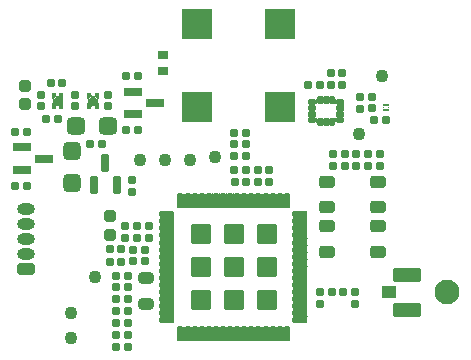
<source format=gbr>
%TF.GenerationSoftware,KiCad,Pcbnew,(6.0.1)*%
%TF.CreationDate,2022-10-07T00:00:45+07:00*%
%TF.ProjectId,rak3172,72616b33-3137-4322-9e6b-696361645f70,rev?*%
%TF.SameCoordinates,Original*%
%TF.FileFunction,Soldermask,Top*%
%TF.FilePolarity,Negative*%
%FSLAX46Y46*%
G04 Gerber Fmt 4.6, Leading zero omitted, Abs format (unit mm)*
G04 Created by KiCad (PCBNEW (6.0.1)) date 2022-10-07 00:00:45*
%MOMM*%
%LPD*%
G01*
G04 APERTURE LIST*
G04 Aperture macros list*
%AMRoundRect*
0 Rectangle with rounded corners*
0 $1 Rounding radius*
0 $2 $3 $4 $5 $6 $7 $8 $9 X,Y pos of 4 corners*
0 Add a 4 corners polygon primitive as box body*
4,1,4,$2,$3,$4,$5,$6,$7,$8,$9,$2,$3,0*
0 Add four circle primitives for the rounded corners*
1,1,$1+$1,$2,$3*
1,1,$1+$1,$4,$5*
1,1,$1+$1,$6,$7*
1,1,$1+$1,$8,$9*
0 Add four rect primitives between the rounded corners*
20,1,$1+$1,$2,$3,$4,$5,0*
20,1,$1+$1,$4,$5,$6,$7,0*
20,1,$1+$1,$6,$7,$8,$9,0*
20,1,$1+$1,$8,$9,$2,$3,0*%
%AMFreePoly0*
4,1,14,0.509355,0.220355,0.620355,0.109355,0.635000,0.074000,0.635000,-0.185000,0.620355,-0.220355,0.585000,-0.235000,-0.585000,-0.235000,-0.620355,-0.220355,-0.635000,-0.185000,-0.635000,0.185000,-0.620355,0.220355,-0.585000,0.235000,0.474000,0.235000,0.509355,0.220355,0.509355,0.220355,$1*%
%AMFreePoly1*
4,1,14,0.016477,0.309197,0.166477,0.149197,0.180000,0.115000,0.180000,-0.115000,0.165355,-0.150355,0.130000,-0.165000,-0.130000,-0.165000,-0.165355,-0.150355,-0.180000,-0.115000,-0.180000,0.275000,-0.165355,0.310355,-0.130000,0.325000,-0.020000,0.325000,0.016477,0.309197,0.016477,0.309197,$1*%
%AMFreePoly2*
4,1,14,0.165355,0.310355,0.180000,0.275000,0.180000,-0.115000,0.165355,-0.150355,0.130000,-0.165000,-0.130000,-0.165000,-0.165355,-0.150355,-0.180000,-0.115000,-0.180000,0.115000,-0.166477,0.149197,-0.016477,0.309197,0.020000,0.325000,0.130000,0.325000,0.165355,0.310355,0.165355,0.310355,$1*%
G04 Aperture macros list end*
%ADD10RoundRect,0.050000X-0.175000X0.290000X-0.175000X-0.290000X0.175000X-0.290000X0.175000X0.290000X0*%
%ADD11RoundRect,0.050000X-0.290000X-0.175000X0.290000X-0.175000X0.290000X0.175000X-0.290000X0.175000X0*%
%ADD12C,2.100000*%
%ADD13RoundRect,0.190000X0.140000X0.170000X-0.140000X0.170000X-0.140000X-0.170000X0.140000X-0.170000X0*%
%ADD14C,1.100000*%
%ADD15RoundRect,0.275000X0.475000X-0.225000X0.475000X0.225000X-0.475000X0.225000X-0.475000X-0.225000X0*%
%ADD16O,1.500000X1.000000*%
%ADD17RoundRect,0.190000X0.170000X-0.140000X0.170000X0.140000X-0.170000X0.140000X-0.170000X-0.140000X0*%
%ADD18RoundRect,0.185000X0.135000X0.185000X-0.135000X0.185000X-0.135000X-0.185000X0.135000X-0.185000X0*%
%ADD19FreePoly0,0.000000*%
%ADD20RoundRect,0.050000X-0.585000X-0.185000X0.585000X-0.185000X0.585000X0.185000X-0.585000X0.185000X0*%
%ADD21RoundRect,0.050000X0.185000X-0.585000X0.185000X0.585000X-0.185000X0.585000X-0.185000X-0.585000X0*%
%ADD22RoundRect,0.050000X0.585000X0.185000X-0.585000X0.185000X-0.585000X-0.185000X0.585000X-0.185000X0*%
%ADD23RoundRect,0.050000X-0.185000X0.585000X-0.185000X-0.585000X0.185000X-0.585000X0.185000X0.585000X0*%
%ADD24RoundRect,0.050000X-0.800000X-0.800000X0.800000X-0.800000X0.800000X0.800000X-0.800000X0.800000X0*%
%ADD25RoundRect,0.050000X0.350000X-0.300000X0.350000X0.300000X-0.350000X0.300000X-0.350000X-0.300000X0*%
%ADD26RoundRect,0.185000X0.185000X-0.135000X0.185000X0.135000X-0.185000X0.135000X-0.185000X-0.135000X0*%
%ADD27RoundRect,0.190000X-0.140000X-0.170000X0.140000X-0.170000X0.140000X0.170000X-0.140000X0.170000X0*%
%ADD28RoundRect,0.190000X-0.170000X0.140000X-0.170000X-0.140000X0.170000X-0.140000X0.170000X0.140000X0*%
%ADD29RoundRect,0.185000X-0.135000X-0.185000X0.135000X-0.185000X0.135000X0.185000X-0.135000X0.185000X0*%
%ADD30RoundRect,0.268750X-0.256250X0.218750X-0.256250X-0.218750X0.256250X-0.218750X0.256250X0.218750X0*%
%ADD31RoundRect,0.200000X-0.587500X-0.150000X0.587500X-0.150000X0.587500X0.150000X-0.587500X0.150000X0*%
%ADD32RoundRect,0.050000X0.000000X0.367696X-0.367696X0.000000X0.000000X-0.367696X0.367696X0.000000X0*%
%ADD33FreePoly1,180.000000*%
%ADD34FreePoly2,180.000000*%
%ADD35FreePoly1,0.000000*%
%ADD36FreePoly2,0.000000*%
%ADD37RoundRect,0.185000X-0.185000X0.135000X-0.185000X-0.135000X0.185000X-0.135000X0.185000X0.135000X0*%
%ADD38C,0.300000*%
%ADD39RoundRect,0.050000X-1.250000X1.250000X-1.250000X-1.250000X1.250000X-1.250000X1.250000X1.250000X0*%
%ADD40RoundRect,0.197500X-0.147500X-0.172500X0.147500X-0.172500X0.147500X0.172500X-0.147500X0.172500X0*%
%ADD41RoundRect,0.300000X-0.425000X0.450000X-0.425000X-0.450000X0.425000X-0.450000X0.425000X0.450000X0*%
%ADD42RoundRect,0.050000X0.000000X-0.367696X0.367696X0.000000X0.000000X0.367696X-0.367696X0.000000X0*%
%ADD43RoundRect,0.300000X0.450000X0.425000X-0.450000X0.425000X-0.450000X-0.425000X0.450000X-0.425000X0*%
%ADD44RoundRect,0.268750X0.381250X-0.218750X0.381250X0.218750X-0.381250X0.218750X-0.381250X-0.218750X0*%
%ADD45RoundRect,0.050000X-1.100000X-0.525000X1.100000X-0.525000X1.100000X0.525000X-1.100000X0.525000X0*%
%ADD46RoundRect,0.050000X-0.525000X-0.500000X0.525000X-0.500000X0.525000X0.500000X-0.525000X0.500000X0*%
%ADD47RoundRect,0.200000X0.150000X-0.587500X0.150000X0.587500X-0.150000X0.587500X-0.150000X-0.587500X0*%
%ADD48RoundRect,0.287500X0.387500X0.237500X-0.387500X0.237500X-0.387500X-0.237500X0.387500X-0.237500X0*%
G04 APERTURE END LIST*
D10*
%TO.C,U7*%
X207600000Y-95175000D03*
X207100000Y-95175000D03*
X206600000Y-95175000D03*
D11*
X205925000Y-95000000D03*
X205925000Y-94500000D03*
X205925000Y-94000000D03*
X205925000Y-93500000D03*
D10*
X206600000Y-93325000D03*
X207100000Y-93325000D03*
X207600000Y-93325000D03*
D11*
X208275000Y-93500000D03*
X208275000Y-94000000D03*
X208275000Y-94500000D03*
X208275000Y-95000000D03*
%TD*%
D12*
%TO.C,ANT1*%
X217400000Y-109600000D03*
%TD*%
D13*
%TO.C,C19*%
X190330000Y-111200000D03*
X189370000Y-111200000D03*
%TD*%
D14*
%TO.C,TP11*%
X195600000Y-98400000D03*
%TD*%
D15*
%TO.C,DEBUG1*%
X181725000Y-107600000D03*
D16*
X181725000Y-106350000D03*
X181725000Y-105100000D03*
X181725000Y-103850000D03*
X181725000Y-102600000D03*
%TD*%
D17*
%TO.C,C4*%
X210700000Y-98880000D03*
X210700000Y-97920000D03*
%TD*%
D18*
%TO.C,R18*%
X191210000Y-95900000D03*
X190190000Y-95900000D03*
%TD*%
D19*
%TO.C,U2*%
X193650000Y-103000000D03*
D20*
X193650000Y-103600000D03*
X193650000Y-104200000D03*
X193650000Y-104800000D03*
X193650000Y-105400000D03*
X193650000Y-106000000D03*
X193650000Y-106600000D03*
X193650000Y-107200000D03*
X193650000Y-107800000D03*
X193650000Y-108400000D03*
X193650000Y-109000000D03*
X193650000Y-109600000D03*
X193650000Y-110200000D03*
X193650000Y-110800000D03*
X193650000Y-111400000D03*
X193650000Y-112000000D03*
D21*
X194800000Y-113150000D03*
X195400000Y-113150000D03*
X196000000Y-113150000D03*
X196600000Y-113150000D03*
X197200000Y-113150000D03*
X197800000Y-113150000D03*
X198400000Y-113150000D03*
X199000000Y-113150000D03*
X199600000Y-113150000D03*
X200200000Y-113150000D03*
X200800000Y-113150000D03*
X201400000Y-113150000D03*
X202000000Y-113150000D03*
X202600000Y-113150000D03*
X203200000Y-113150000D03*
X203800000Y-113150000D03*
D22*
X204950000Y-112000000D03*
X204950000Y-111400000D03*
X204950000Y-110800000D03*
X204950000Y-110200000D03*
X204950000Y-109600000D03*
X204950000Y-109000000D03*
X204950000Y-108400000D03*
X204950000Y-107800000D03*
X204950000Y-107200000D03*
X204950000Y-106600000D03*
X204950000Y-106000000D03*
X204950000Y-105400000D03*
X204950000Y-104800000D03*
X204950000Y-104200000D03*
X204950000Y-103600000D03*
X204950000Y-103000000D03*
D23*
X203800000Y-101850000D03*
X203200000Y-101850000D03*
X202600000Y-101850000D03*
X202000000Y-101850000D03*
X201400000Y-101850000D03*
X200800000Y-101850000D03*
X200200000Y-101850000D03*
X199600000Y-101850000D03*
X199000000Y-101850000D03*
X198400000Y-101850000D03*
X197800000Y-101850000D03*
X197200000Y-101850000D03*
X196600000Y-101850000D03*
X196000000Y-101850000D03*
X195400000Y-101850000D03*
X194800000Y-101850000D03*
D24*
X196500000Y-104700000D03*
X199300000Y-104700000D03*
X202100000Y-104700000D03*
X196500000Y-107500000D03*
X199300000Y-107500000D03*
X202100000Y-107500000D03*
X196500000Y-110300000D03*
X199300000Y-110300000D03*
X202100000Y-110300000D03*
%TD*%
D25*
%TO.C,D3*%
X193300000Y-89500000D03*
X193300000Y-90900000D03*
%TD*%
D26*
%TO.C,R15*%
X210000000Y-94060000D03*
X210000000Y-93040000D03*
%TD*%
D27*
%TO.C,C21*%
X181780000Y-96000000D03*
X180820000Y-96000000D03*
%TD*%
D28*
%TO.C,C13*%
X189350000Y-108220000D03*
X189350000Y-109180000D03*
%TD*%
D27*
%TO.C,C30*%
X205620000Y-92050000D03*
X206580000Y-92050000D03*
%TD*%
D14*
%TO.C,TP6*%
X209925000Y-96200000D03*
%TD*%
D29*
%TO.C,R17*%
X187140000Y-97100000D03*
X188160000Y-97100000D03*
%TD*%
D26*
%TO.C,R6*%
X188800000Y-107010000D03*
X188800000Y-105990000D03*
%TD*%
D28*
%TO.C,C11*%
X190800000Y-106020000D03*
X190800000Y-106980000D03*
%TD*%
D30*
%TO.C,D1*%
X181600000Y-93687500D03*
X181600000Y-92112500D03*
%TD*%
D28*
%TO.C,C7*%
X185900000Y-93880000D03*
X185900000Y-92920000D03*
%TD*%
D31*
%TO.C,U4*%
X183237500Y-98300000D03*
X181362500Y-99250000D03*
X181362500Y-97350000D03*
%TD*%
D32*
%TO.C,U3*%
X187400000Y-93400000D03*
D33*
X187725000Y-92915000D03*
D34*
X187075000Y-92915000D03*
D35*
X187075000Y-93885000D03*
D36*
X187725000Y-93885000D03*
%TD*%
D18*
%TO.C,R19*%
X191200000Y-91300000D03*
X190180000Y-91300000D03*
%TD*%
D37*
%TO.C,R3*%
X189800000Y-105990000D03*
X189800000Y-107010000D03*
%TD*%
D18*
%TO.C,R8*%
X190360000Y-112250000D03*
X189340000Y-112250000D03*
%TD*%
D27*
%TO.C,C22*%
X202330000Y-99250000D03*
X201370000Y-99250000D03*
%TD*%
D29*
%TO.C,R9*%
X189340000Y-114250000D03*
X190360000Y-114250000D03*
%TD*%
D14*
%TO.C,TP8*%
X191400000Y-98400000D03*
%TD*%
D29*
%TO.C,R14*%
X199340000Y-97100000D03*
X200360000Y-97100000D03*
%TD*%
%TO.C,R12*%
X199340000Y-98100000D03*
X200360000Y-98100000D03*
%TD*%
D38*
%TO.C,U5*%
X212000000Y-93750000D03*
X212400000Y-93750000D03*
X212000000Y-94150000D03*
X212400000Y-94150000D03*
%TD*%
D39*
%TO.C,BZ1*%
X196200000Y-86900000D03*
X196200000Y-93900000D03*
X203200000Y-93900000D03*
X203200000Y-86900000D03*
%TD*%
D28*
%TO.C,C14*%
X190100000Y-104020000D03*
X190100000Y-104980000D03*
%TD*%
D40*
%TO.C,L1*%
X207615000Y-109600000D03*
X208585000Y-109600000D03*
%TD*%
D14*
%TO.C,TP7*%
X211900000Y-91300000D03*
%TD*%
%TO.C,TP5*%
X187600000Y-108300000D03*
%TD*%
D41*
%TO.C,C32*%
X185600000Y-97650000D03*
X185600000Y-100350000D03*
%TD*%
D37*
%TO.C,R1*%
X211700000Y-97890000D03*
X211700000Y-98910000D03*
%TD*%
D17*
%TO.C,C12*%
X188700000Y-93880000D03*
X188700000Y-92920000D03*
%TD*%
D37*
%TO.C,R4*%
X207700000Y-97890000D03*
X207700000Y-98910000D03*
%TD*%
D13*
%TO.C,C33*%
X208480000Y-91050000D03*
X207520000Y-91050000D03*
%TD*%
D29*
%TO.C,R7*%
X181810000Y-100600000D03*
X180790000Y-100600000D03*
%TD*%
D42*
%TO.C,U1*%
X184400000Y-93400000D03*
D35*
X184075000Y-93885000D03*
D36*
X184725000Y-93885000D03*
D33*
X184725000Y-92915000D03*
D34*
X184075000Y-92915000D03*
%TD*%
D43*
%TO.C,C17*%
X185950000Y-95500000D03*
X188650000Y-95500000D03*
%TD*%
D44*
%TO.C,L2*%
X191850000Y-110562500D03*
X191850000Y-108437500D03*
%TD*%
D29*
%TO.C,R10*%
X189340000Y-113250000D03*
X190360000Y-113250000D03*
%TD*%
D13*
%TO.C,C24*%
X199390000Y-100250000D03*
X200350000Y-100250000D03*
%TD*%
D29*
%TO.C,R13*%
X199340000Y-96100000D03*
X200360000Y-96100000D03*
%TD*%
D18*
%TO.C,R5*%
X184410000Y-94900000D03*
X183390000Y-94900000D03*
%TD*%
D17*
%TO.C,C6*%
X208700000Y-98880000D03*
X208700000Y-97920000D03*
%TD*%
D31*
%TO.C,Q2*%
X190762500Y-92650000D03*
X190762500Y-94550000D03*
X192637500Y-93600000D03*
%TD*%
D14*
%TO.C,TP10*%
X193500000Y-98400000D03*
%TD*%
D17*
%TO.C,C26*%
X211000000Y-94030000D03*
X211000000Y-93070000D03*
%TD*%
D28*
%TO.C,C10*%
X191100000Y-104020000D03*
X191100000Y-104980000D03*
%TD*%
%TO.C,C2*%
X206600000Y-109620000D03*
X206600000Y-110580000D03*
%TD*%
D14*
%TO.C,TP9*%
X197700000Y-98200000D03*
%TD*%
D13*
%TO.C,C31*%
X208480000Y-92050000D03*
X207520000Y-92050000D03*
%TD*%
D45*
%TO.C,ANT2*%
X213975000Y-108125000D03*
X213975000Y-111075000D03*
D46*
X212450000Y-109600000D03*
%TD*%
D28*
%TO.C,C9*%
X191800000Y-106020000D03*
X191800000Y-106980000D03*
%TD*%
D13*
%TO.C,C23*%
X200330000Y-99250000D03*
X199370000Y-99250000D03*
%TD*%
D47*
%TO.C,Q1*%
X187500000Y-100537500D03*
X189400000Y-100537500D03*
X188450000Y-98662500D03*
%TD*%
D14*
%TO.C,TP2*%
X185500000Y-111400000D03*
%TD*%
D30*
%TO.C,D2*%
X188800000Y-103162500D03*
X188800000Y-104737500D03*
%TD*%
D27*
%TO.C,C3*%
X183820000Y-91900000D03*
X184780000Y-91900000D03*
%TD*%
D28*
%TO.C,C8*%
X192100000Y-104020000D03*
X192100000Y-104980000D03*
%TD*%
D48*
%TO.C,SW2*%
X211535232Y-106175000D03*
X207185232Y-106175000D03*
X211535232Y-104025000D03*
X207185232Y-104025000D03*
%TD*%
D27*
%TO.C,C20*%
X201370000Y-100250000D03*
X202330000Y-100250000D03*
%TD*%
D28*
%TO.C,C1*%
X209600000Y-109620000D03*
X209600000Y-110580000D03*
%TD*%
D37*
%TO.C,R16*%
X190700000Y-100090000D03*
X190700000Y-101110000D03*
%TD*%
D26*
%TO.C,R2*%
X209700000Y-98910000D03*
X209700000Y-97890000D03*
%TD*%
D48*
%TO.C,SW1*%
X211535232Y-102400000D03*
X207185232Y-102400000D03*
X211535232Y-100250000D03*
X207185232Y-100250000D03*
%TD*%
D14*
%TO.C,TP1*%
X185500000Y-113500000D03*
%TD*%
D28*
%TO.C,C5*%
X183000000Y-93880000D03*
X183000000Y-92920000D03*
%TD*%
%TO.C,C16*%
X190350000Y-108220000D03*
X190350000Y-109180000D03*
%TD*%
D29*
%TO.C,R11*%
X211190000Y-95050000D03*
X212210000Y-95050000D03*
%TD*%
D13*
%TO.C,C18*%
X190330000Y-110200000D03*
X189370000Y-110200000D03*
%TD*%
G36*
X196224256Y-112532157D02*
G01*
X196232554Y-112537702D01*
X196232681Y-112537794D01*
X196266118Y-112564153D01*
X196326573Y-112566527D01*
X196373916Y-112534894D01*
X196375912Y-112534763D01*
X196377023Y-112536426D01*
X196376690Y-112537668D01*
X196370691Y-112546646D01*
X196367000Y-112565199D01*
X196367000Y-113734801D01*
X196370691Y-113753355D01*
X196378518Y-113765069D01*
X196378649Y-113767065D01*
X196376986Y-113768176D01*
X196375744Y-113767843D01*
X196367446Y-113762298D01*
X196367319Y-113762206D01*
X196333882Y-113735847D01*
X196273427Y-113733473D01*
X196226084Y-113765106D01*
X196224088Y-113765237D01*
X196222977Y-113763574D01*
X196223310Y-113762332D01*
X196229309Y-113753354D01*
X196233000Y-113734801D01*
X196233000Y-112565199D01*
X196229309Y-112546645D01*
X196221482Y-112534931D01*
X196221351Y-112532935D01*
X196223014Y-112531824D01*
X196224256Y-112532157D01*
G37*
G36*
X202824256Y-112532157D02*
G01*
X202832554Y-112537702D01*
X202832681Y-112537794D01*
X202866118Y-112564153D01*
X202926573Y-112566527D01*
X202973916Y-112534894D01*
X202975912Y-112534763D01*
X202977023Y-112536426D01*
X202976690Y-112537668D01*
X202970691Y-112546646D01*
X202967000Y-112565199D01*
X202967000Y-113734801D01*
X202970691Y-113753355D01*
X202978518Y-113765069D01*
X202978649Y-113767065D01*
X202976986Y-113768176D01*
X202975744Y-113767843D01*
X202967446Y-113762298D01*
X202967319Y-113762206D01*
X202933882Y-113735847D01*
X202873427Y-113733473D01*
X202826084Y-113765106D01*
X202824088Y-113765237D01*
X202822977Y-113763574D01*
X202823310Y-113762332D01*
X202829309Y-113753354D01*
X202833000Y-113734801D01*
X202833000Y-112565199D01*
X202829309Y-112546645D01*
X202821482Y-112534931D01*
X202821351Y-112532935D01*
X202823014Y-112531824D01*
X202824256Y-112532157D01*
G37*
G36*
X201024256Y-112532157D02*
G01*
X201032554Y-112537702D01*
X201032681Y-112537794D01*
X201066118Y-112564153D01*
X201126573Y-112566527D01*
X201173916Y-112534894D01*
X201175912Y-112534763D01*
X201177023Y-112536426D01*
X201176690Y-112537668D01*
X201170691Y-112546646D01*
X201167000Y-112565199D01*
X201167000Y-113734801D01*
X201170691Y-113753355D01*
X201178518Y-113765069D01*
X201178649Y-113767065D01*
X201176986Y-113768176D01*
X201175744Y-113767843D01*
X201167446Y-113762298D01*
X201167319Y-113762206D01*
X201133882Y-113735847D01*
X201073427Y-113733473D01*
X201026084Y-113765106D01*
X201024088Y-113765237D01*
X201022977Y-113763574D01*
X201023310Y-113762332D01*
X201029309Y-113753354D01*
X201033000Y-113734801D01*
X201033000Y-112565199D01*
X201029309Y-112546645D01*
X201021482Y-112534931D01*
X201021351Y-112532935D01*
X201023014Y-112531824D01*
X201024256Y-112532157D01*
G37*
G36*
X196824256Y-112532157D02*
G01*
X196832554Y-112537702D01*
X196832681Y-112537794D01*
X196866118Y-112564153D01*
X196926573Y-112566527D01*
X196973916Y-112534894D01*
X196975912Y-112534763D01*
X196977023Y-112536426D01*
X196976690Y-112537668D01*
X196970691Y-112546646D01*
X196967000Y-112565199D01*
X196967000Y-113734801D01*
X196970691Y-113753355D01*
X196978518Y-113765069D01*
X196978649Y-113767065D01*
X196976986Y-113768176D01*
X196975744Y-113767843D01*
X196967446Y-113762298D01*
X196967319Y-113762206D01*
X196933882Y-113735847D01*
X196873427Y-113733473D01*
X196826084Y-113765106D01*
X196824088Y-113765237D01*
X196822977Y-113763574D01*
X196823310Y-113762332D01*
X196829309Y-113753354D01*
X196833000Y-113734801D01*
X196833000Y-112565199D01*
X196829309Y-112546645D01*
X196821482Y-112534931D01*
X196821351Y-112532935D01*
X196823014Y-112531824D01*
X196824256Y-112532157D01*
G37*
G36*
X202224256Y-112532157D02*
G01*
X202232554Y-112537702D01*
X202232681Y-112537794D01*
X202266118Y-112564153D01*
X202326573Y-112566527D01*
X202373916Y-112534894D01*
X202375912Y-112534763D01*
X202377023Y-112536426D01*
X202376690Y-112537668D01*
X202370691Y-112546646D01*
X202367000Y-112565199D01*
X202367000Y-113734801D01*
X202370691Y-113753355D01*
X202378518Y-113765069D01*
X202378649Y-113767065D01*
X202376986Y-113768176D01*
X202375744Y-113767843D01*
X202367446Y-113762298D01*
X202367319Y-113762206D01*
X202333882Y-113735847D01*
X202273427Y-113733473D01*
X202226084Y-113765106D01*
X202224088Y-113765237D01*
X202222977Y-113763574D01*
X202223310Y-113762332D01*
X202229309Y-113753354D01*
X202233000Y-113734801D01*
X202233000Y-112565199D01*
X202229309Y-112546645D01*
X202221482Y-112534931D01*
X202221351Y-112532935D01*
X202223014Y-112531824D01*
X202224256Y-112532157D01*
G37*
G36*
X199824256Y-112532157D02*
G01*
X199832554Y-112537702D01*
X199832681Y-112537794D01*
X199866118Y-112564153D01*
X199926573Y-112566527D01*
X199973916Y-112534894D01*
X199975912Y-112534763D01*
X199977023Y-112536426D01*
X199976690Y-112537668D01*
X199970691Y-112546646D01*
X199967000Y-112565199D01*
X199967000Y-113734801D01*
X199970691Y-113753355D01*
X199978518Y-113765069D01*
X199978649Y-113767065D01*
X199976986Y-113768176D01*
X199975744Y-113767843D01*
X199967446Y-113762298D01*
X199967319Y-113762206D01*
X199933882Y-113735847D01*
X199873427Y-113733473D01*
X199826084Y-113765106D01*
X199824088Y-113765237D01*
X199822977Y-113763574D01*
X199823310Y-113762332D01*
X199829309Y-113753354D01*
X199833000Y-113734801D01*
X199833000Y-112565199D01*
X199829309Y-112546645D01*
X199821482Y-112534931D01*
X199821351Y-112532935D01*
X199823014Y-112531824D01*
X199824256Y-112532157D01*
G37*
G36*
X195024256Y-112532157D02*
G01*
X195032554Y-112537702D01*
X195032681Y-112537794D01*
X195066118Y-112564153D01*
X195126573Y-112566527D01*
X195173916Y-112534894D01*
X195175912Y-112534763D01*
X195177023Y-112536426D01*
X195176690Y-112537668D01*
X195170691Y-112546646D01*
X195167000Y-112565199D01*
X195167000Y-113734801D01*
X195170691Y-113753355D01*
X195178518Y-113765069D01*
X195178649Y-113767065D01*
X195176986Y-113768176D01*
X195175744Y-113767843D01*
X195167446Y-113762298D01*
X195167319Y-113762206D01*
X195133882Y-113735847D01*
X195073427Y-113733473D01*
X195026084Y-113765106D01*
X195024088Y-113765237D01*
X195022977Y-113763574D01*
X195023310Y-113762332D01*
X195029309Y-113753354D01*
X195033000Y-113734801D01*
X195033000Y-112565199D01*
X195029309Y-112546645D01*
X195021482Y-112534931D01*
X195021351Y-112532935D01*
X195023014Y-112531824D01*
X195024256Y-112532157D01*
G37*
G36*
X199224256Y-112532157D02*
G01*
X199232554Y-112537702D01*
X199232681Y-112537794D01*
X199266118Y-112564153D01*
X199326573Y-112566527D01*
X199373916Y-112534894D01*
X199375912Y-112534763D01*
X199377023Y-112536426D01*
X199376690Y-112537668D01*
X199370691Y-112546646D01*
X199367000Y-112565199D01*
X199367000Y-113734801D01*
X199370691Y-113753355D01*
X199378518Y-113765069D01*
X199378649Y-113767065D01*
X199376986Y-113768176D01*
X199375744Y-113767843D01*
X199367446Y-113762298D01*
X199367319Y-113762206D01*
X199333882Y-113735847D01*
X199273427Y-113733473D01*
X199226084Y-113765106D01*
X199224088Y-113765237D01*
X199222977Y-113763574D01*
X199223310Y-113762332D01*
X199229309Y-113753354D01*
X199233000Y-113734801D01*
X199233000Y-112565199D01*
X199229309Y-112546645D01*
X199221482Y-112534931D01*
X199221351Y-112532935D01*
X199223014Y-112531824D01*
X199224256Y-112532157D01*
G37*
G36*
X195624256Y-112532157D02*
G01*
X195632554Y-112537702D01*
X195632681Y-112537794D01*
X195666118Y-112564153D01*
X195726573Y-112566527D01*
X195773916Y-112534894D01*
X195775912Y-112534763D01*
X195777023Y-112536426D01*
X195776690Y-112537668D01*
X195770691Y-112546646D01*
X195767000Y-112565199D01*
X195767000Y-113734801D01*
X195770691Y-113753355D01*
X195778518Y-113765069D01*
X195778649Y-113767065D01*
X195776986Y-113768176D01*
X195775744Y-113767843D01*
X195767446Y-113762298D01*
X195767319Y-113762206D01*
X195733882Y-113735847D01*
X195673427Y-113733473D01*
X195626084Y-113765106D01*
X195624088Y-113765237D01*
X195622977Y-113763574D01*
X195623310Y-113762332D01*
X195629309Y-113753354D01*
X195633000Y-113734801D01*
X195633000Y-112565199D01*
X195629309Y-112546645D01*
X195621482Y-112534931D01*
X195621351Y-112532935D01*
X195623014Y-112531824D01*
X195624256Y-112532157D01*
G37*
G36*
X203424256Y-112532157D02*
G01*
X203432554Y-112537702D01*
X203432681Y-112537794D01*
X203466118Y-112564153D01*
X203526573Y-112566527D01*
X203573916Y-112534894D01*
X203575912Y-112534763D01*
X203577023Y-112536426D01*
X203576690Y-112537668D01*
X203570691Y-112546646D01*
X203567000Y-112565199D01*
X203567000Y-113734801D01*
X203570691Y-113753355D01*
X203578518Y-113765069D01*
X203578649Y-113767065D01*
X203576986Y-113768176D01*
X203575744Y-113767843D01*
X203567446Y-113762298D01*
X203567319Y-113762206D01*
X203533882Y-113735847D01*
X203473427Y-113733473D01*
X203426084Y-113765106D01*
X203424088Y-113765237D01*
X203422977Y-113763574D01*
X203423310Y-113762332D01*
X203429309Y-113753354D01*
X203433000Y-113734801D01*
X203433000Y-112565199D01*
X203429309Y-112546645D01*
X203421482Y-112534931D01*
X203421351Y-112532935D01*
X203423014Y-112531824D01*
X203424256Y-112532157D01*
G37*
G36*
X200424256Y-112532157D02*
G01*
X200432554Y-112537702D01*
X200432681Y-112537794D01*
X200466118Y-112564153D01*
X200526573Y-112566527D01*
X200573916Y-112534894D01*
X200575912Y-112534763D01*
X200577023Y-112536426D01*
X200576690Y-112537668D01*
X200570691Y-112546646D01*
X200567000Y-112565199D01*
X200567000Y-113734801D01*
X200570691Y-113753355D01*
X200578518Y-113765069D01*
X200578649Y-113767065D01*
X200576986Y-113768176D01*
X200575744Y-113767843D01*
X200567446Y-113762298D01*
X200567319Y-113762206D01*
X200533882Y-113735847D01*
X200473427Y-113733473D01*
X200426084Y-113765106D01*
X200424088Y-113765237D01*
X200422977Y-113763574D01*
X200423310Y-113762332D01*
X200429309Y-113753354D01*
X200433000Y-113734801D01*
X200433000Y-112565199D01*
X200429309Y-112546645D01*
X200421482Y-112534931D01*
X200421351Y-112532935D01*
X200423014Y-112531824D01*
X200424256Y-112532157D01*
G37*
G36*
X198024256Y-112532157D02*
G01*
X198032554Y-112537702D01*
X198032681Y-112537794D01*
X198066118Y-112564153D01*
X198126573Y-112566527D01*
X198173916Y-112534894D01*
X198175912Y-112534763D01*
X198177023Y-112536426D01*
X198176690Y-112537668D01*
X198170691Y-112546646D01*
X198167000Y-112565199D01*
X198167000Y-113734801D01*
X198170691Y-113753355D01*
X198178518Y-113765069D01*
X198178649Y-113767065D01*
X198176986Y-113768176D01*
X198175744Y-113767843D01*
X198167446Y-113762298D01*
X198167319Y-113762206D01*
X198133882Y-113735847D01*
X198073427Y-113733473D01*
X198026084Y-113765106D01*
X198024088Y-113765237D01*
X198022977Y-113763574D01*
X198023310Y-113762332D01*
X198029309Y-113753354D01*
X198033000Y-113734801D01*
X198033000Y-112565199D01*
X198029309Y-112546645D01*
X198021482Y-112534931D01*
X198021351Y-112532935D01*
X198023014Y-112531824D01*
X198024256Y-112532157D01*
G37*
G36*
X197424256Y-112532157D02*
G01*
X197432554Y-112537702D01*
X197432681Y-112537794D01*
X197466118Y-112564153D01*
X197526573Y-112566527D01*
X197573916Y-112534894D01*
X197575912Y-112534763D01*
X197577023Y-112536426D01*
X197576690Y-112537668D01*
X197570691Y-112546646D01*
X197567000Y-112565199D01*
X197567000Y-113734801D01*
X197570691Y-113753355D01*
X197578518Y-113765069D01*
X197578649Y-113767065D01*
X197576986Y-113768176D01*
X197575744Y-113767843D01*
X197567446Y-113762298D01*
X197567319Y-113762206D01*
X197533882Y-113735847D01*
X197473427Y-113733473D01*
X197426084Y-113765106D01*
X197424088Y-113765237D01*
X197422977Y-113763574D01*
X197423310Y-113762332D01*
X197429309Y-113753354D01*
X197433000Y-113734801D01*
X197433000Y-112565199D01*
X197429309Y-112546645D01*
X197421482Y-112534931D01*
X197421351Y-112532935D01*
X197423014Y-112531824D01*
X197424256Y-112532157D01*
G37*
G36*
X198624256Y-112532157D02*
G01*
X198632554Y-112537702D01*
X198632681Y-112537794D01*
X198666118Y-112564153D01*
X198726573Y-112566527D01*
X198773916Y-112534894D01*
X198775912Y-112534763D01*
X198777023Y-112536426D01*
X198776690Y-112537668D01*
X198770691Y-112546646D01*
X198767000Y-112565199D01*
X198767000Y-113734801D01*
X198770691Y-113753355D01*
X198778518Y-113765069D01*
X198778649Y-113767065D01*
X198776986Y-113768176D01*
X198775744Y-113767843D01*
X198767446Y-113762298D01*
X198767319Y-113762206D01*
X198733882Y-113735847D01*
X198673427Y-113733473D01*
X198626084Y-113765106D01*
X198624088Y-113765237D01*
X198622977Y-113763574D01*
X198623310Y-113762332D01*
X198629309Y-113753354D01*
X198633000Y-113734801D01*
X198633000Y-112565199D01*
X198629309Y-112546645D01*
X198621482Y-112534931D01*
X198621351Y-112532935D01*
X198623014Y-112531824D01*
X198624256Y-112532157D01*
G37*
G36*
X201624256Y-112532157D02*
G01*
X201632554Y-112537702D01*
X201632681Y-112537794D01*
X201666118Y-112564153D01*
X201726573Y-112566527D01*
X201773916Y-112534894D01*
X201775912Y-112534763D01*
X201777023Y-112536426D01*
X201776690Y-112537668D01*
X201770691Y-112546646D01*
X201767000Y-112565199D01*
X201767000Y-113734801D01*
X201770691Y-113753355D01*
X201778518Y-113765069D01*
X201778649Y-113767065D01*
X201776986Y-113768176D01*
X201775744Y-113767843D01*
X201767446Y-113762298D01*
X201767319Y-113762206D01*
X201733882Y-113735847D01*
X201673427Y-113733473D01*
X201626084Y-113765106D01*
X201624088Y-113765237D01*
X201622977Y-113763574D01*
X201623310Y-113762332D01*
X201629309Y-113753354D01*
X201633000Y-113734801D01*
X201633000Y-112565199D01*
X201629309Y-112546645D01*
X201621482Y-112534931D01*
X201621351Y-112532935D01*
X201623014Y-112531824D01*
X201624256Y-112532157D01*
G37*
G36*
X205568176Y-111623014D02*
G01*
X205567843Y-111624256D01*
X205562298Y-111632554D01*
X205562206Y-111632681D01*
X205535847Y-111666118D01*
X205533473Y-111726573D01*
X205565106Y-111773916D01*
X205565237Y-111775912D01*
X205563574Y-111777023D01*
X205562332Y-111776690D01*
X205553354Y-111770691D01*
X205534801Y-111767000D01*
X204365199Y-111767000D01*
X204346645Y-111770691D01*
X204334931Y-111778518D01*
X204332935Y-111778649D01*
X204331824Y-111776986D01*
X204332157Y-111775744D01*
X204337702Y-111767446D01*
X204337794Y-111767319D01*
X204364153Y-111733882D01*
X204366527Y-111673427D01*
X204334894Y-111626084D01*
X204334763Y-111624088D01*
X204336426Y-111622977D01*
X204337668Y-111623310D01*
X204346646Y-111629309D01*
X204365199Y-111633000D01*
X205534801Y-111633000D01*
X205553355Y-111629309D01*
X205565069Y-111621482D01*
X205567065Y-111621351D01*
X205568176Y-111623014D01*
G37*
G36*
X194268176Y-111623014D02*
G01*
X194267843Y-111624256D01*
X194262298Y-111632554D01*
X194262206Y-111632681D01*
X194235847Y-111666118D01*
X194233473Y-111726573D01*
X194265106Y-111773916D01*
X194265237Y-111775912D01*
X194263574Y-111777023D01*
X194262332Y-111776690D01*
X194253354Y-111770691D01*
X194234801Y-111767000D01*
X193065199Y-111767000D01*
X193046645Y-111770691D01*
X193034931Y-111778518D01*
X193032935Y-111778649D01*
X193031824Y-111776986D01*
X193032157Y-111775744D01*
X193037702Y-111767446D01*
X193037794Y-111767319D01*
X193064153Y-111733882D01*
X193066527Y-111673427D01*
X193034894Y-111626084D01*
X193034763Y-111624088D01*
X193036426Y-111622977D01*
X193037668Y-111623310D01*
X193046646Y-111629309D01*
X193065199Y-111633000D01*
X194234801Y-111633000D01*
X194253355Y-111629309D01*
X194265069Y-111621482D01*
X194267065Y-111621351D01*
X194268176Y-111623014D01*
G37*
G36*
X205568176Y-111023014D02*
G01*
X205567843Y-111024256D01*
X205562298Y-111032554D01*
X205562206Y-111032681D01*
X205535847Y-111066118D01*
X205533473Y-111126573D01*
X205565106Y-111173916D01*
X205565237Y-111175912D01*
X205563574Y-111177023D01*
X205562332Y-111176690D01*
X205553354Y-111170691D01*
X205534801Y-111167000D01*
X204365199Y-111167000D01*
X204346645Y-111170691D01*
X204334931Y-111178518D01*
X204332935Y-111178649D01*
X204331824Y-111176986D01*
X204332157Y-111175744D01*
X204337702Y-111167446D01*
X204337794Y-111167319D01*
X204364153Y-111133882D01*
X204366527Y-111073427D01*
X204334894Y-111026084D01*
X204334763Y-111024088D01*
X204336426Y-111022977D01*
X204337668Y-111023310D01*
X204346646Y-111029309D01*
X204365199Y-111033000D01*
X205534801Y-111033000D01*
X205553355Y-111029309D01*
X205565069Y-111021482D01*
X205567065Y-111021351D01*
X205568176Y-111023014D01*
G37*
G36*
X194268176Y-111023014D02*
G01*
X194267843Y-111024256D01*
X194262298Y-111032554D01*
X194262206Y-111032681D01*
X194235847Y-111066118D01*
X194233473Y-111126573D01*
X194265106Y-111173916D01*
X194265237Y-111175912D01*
X194263574Y-111177023D01*
X194262332Y-111176690D01*
X194253354Y-111170691D01*
X194234801Y-111167000D01*
X193065199Y-111167000D01*
X193046645Y-111170691D01*
X193034931Y-111178518D01*
X193032935Y-111178649D01*
X193031824Y-111176986D01*
X193032157Y-111175744D01*
X193037702Y-111167446D01*
X193037794Y-111167319D01*
X193064153Y-111133882D01*
X193066527Y-111073427D01*
X193034894Y-111026084D01*
X193034763Y-111024088D01*
X193036426Y-111022977D01*
X193037668Y-111023310D01*
X193046646Y-111029309D01*
X193065199Y-111033000D01*
X194234801Y-111033000D01*
X194253355Y-111029309D01*
X194265069Y-111021482D01*
X194267065Y-111021351D01*
X194268176Y-111023014D01*
G37*
G36*
X205568176Y-110423014D02*
G01*
X205567843Y-110424256D01*
X205562298Y-110432554D01*
X205562206Y-110432681D01*
X205535847Y-110466118D01*
X205533473Y-110526573D01*
X205565106Y-110573916D01*
X205565237Y-110575912D01*
X205563574Y-110577023D01*
X205562332Y-110576690D01*
X205553354Y-110570691D01*
X205534801Y-110567000D01*
X204365199Y-110567000D01*
X204346645Y-110570691D01*
X204334931Y-110578518D01*
X204332935Y-110578649D01*
X204331824Y-110576986D01*
X204332157Y-110575744D01*
X204337702Y-110567446D01*
X204337794Y-110567319D01*
X204364153Y-110533882D01*
X204366527Y-110473427D01*
X204334894Y-110426084D01*
X204334763Y-110424088D01*
X204336426Y-110422977D01*
X204337668Y-110423310D01*
X204346646Y-110429309D01*
X204365199Y-110433000D01*
X205534801Y-110433000D01*
X205553355Y-110429309D01*
X205565069Y-110421482D01*
X205567065Y-110421351D01*
X205568176Y-110423014D01*
G37*
G36*
X194268176Y-110423014D02*
G01*
X194267843Y-110424256D01*
X194262298Y-110432554D01*
X194262206Y-110432681D01*
X194235847Y-110466118D01*
X194233473Y-110526573D01*
X194265106Y-110573916D01*
X194265237Y-110575912D01*
X194263574Y-110577023D01*
X194262332Y-110576690D01*
X194253354Y-110570691D01*
X194234801Y-110567000D01*
X193065199Y-110567000D01*
X193046645Y-110570691D01*
X193034931Y-110578518D01*
X193032935Y-110578649D01*
X193031824Y-110576986D01*
X193032157Y-110575744D01*
X193037702Y-110567446D01*
X193037794Y-110567319D01*
X193064153Y-110533882D01*
X193066527Y-110473427D01*
X193034894Y-110426084D01*
X193034763Y-110424088D01*
X193036426Y-110422977D01*
X193037668Y-110423310D01*
X193046646Y-110429309D01*
X193065199Y-110433000D01*
X194234801Y-110433000D01*
X194253355Y-110429309D01*
X194265069Y-110421482D01*
X194267065Y-110421351D01*
X194268176Y-110423014D01*
G37*
G36*
X194268176Y-109823014D02*
G01*
X194267843Y-109824256D01*
X194262298Y-109832554D01*
X194262206Y-109832681D01*
X194235847Y-109866118D01*
X194233473Y-109926573D01*
X194265106Y-109973916D01*
X194265237Y-109975912D01*
X194263574Y-109977023D01*
X194262332Y-109976690D01*
X194253354Y-109970691D01*
X194234801Y-109967000D01*
X193065199Y-109967000D01*
X193046645Y-109970691D01*
X193034931Y-109978518D01*
X193032935Y-109978649D01*
X193031824Y-109976986D01*
X193032157Y-109975744D01*
X193037702Y-109967446D01*
X193037794Y-109967319D01*
X193064153Y-109933882D01*
X193066527Y-109873427D01*
X193034894Y-109826084D01*
X193034763Y-109824088D01*
X193036426Y-109822977D01*
X193037668Y-109823310D01*
X193046646Y-109829309D01*
X193065199Y-109833000D01*
X194234801Y-109833000D01*
X194253355Y-109829309D01*
X194265069Y-109821482D01*
X194267065Y-109821351D01*
X194268176Y-109823014D01*
G37*
G36*
X205568176Y-109823014D02*
G01*
X205567843Y-109824256D01*
X205562298Y-109832554D01*
X205562206Y-109832681D01*
X205535847Y-109866118D01*
X205533473Y-109926573D01*
X205565106Y-109973916D01*
X205565237Y-109975912D01*
X205563574Y-109977023D01*
X205562332Y-109976690D01*
X205553354Y-109970691D01*
X205534801Y-109967000D01*
X204365199Y-109967000D01*
X204346645Y-109970691D01*
X204334931Y-109978518D01*
X204332935Y-109978649D01*
X204331824Y-109976986D01*
X204332157Y-109975744D01*
X204337702Y-109967446D01*
X204337794Y-109967319D01*
X204364153Y-109933882D01*
X204366527Y-109873427D01*
X204334894Y-109826084D01*
X204334763Y-109824088D01*
X204336426Y-109822977D01*
X204337668Y-109823310D01*
X204346646Y-109829309D01*
X204365199Y-109833000D01*
X205534801Y-109833000D01*
X205553355Y-109829309D01*
X205565069Y-109821482D01*
X205567065Y-109821351D01*
X205568176Y-109823014D01*
G37*
G36*
X194268176Y-109223014D02*
G01*
X194267843Y-109224256D01*
X194262298Y-109232554D01*
X194262206Y-109232681D01*
X194235847Y-109266118D01*
X194233473Y-109326573D01*
X194265106Y-109373916D01*
X194265237Y-109375912D01*
X194263574Y-109377023D01*
X194262332Y-109376690D01*
X194253354Y-109370691D01*
X194234801Y-109367000D01*
X193065199Y-109367000D01*
X193046645Y-109370691D01*
X193034931Y-109378518D01*
X193032935Y-109378649D01*
X193031824Y-109376986D01*
X193032157Y-109375744D01*
X193037702Y-109367446D01*
X193037794Y-109367319D01*
X193064153Y-109333882D01*
X193066527Y-109273427D01*
X193034894Y-109226084D01*
X193034763Y-109224088D01*
X193036426Y-109222977D01*
X193037668Y-109223310D01*
X193046646Y-109229309D01*
X193065199Y-109233000D01*
X194234801Y-109233000D01*
X194253355Y-109229309D01*
X194265069Y-109221482D01*
X194267065Y-109221351D01*
X194268176Y-109223014D01*
G37*
G36*
X205568176Y-109223014D02*
G01*
X205567843Y-109224256D01*
X205562298Y-109232554D01*
X205562206Y-109232681D01*
X205535847Y-109266118D01*
X205533473Y-109326573D01*
X205565106Y-109373916D01*
X205565237Y-109375912D01*
X205563574Y-109377023D01*
X205562332Y-109376690D01*
X205553354Y-109370691D01*
X205534801Y-109367000D01*
X204365199Y-109367000D01*
X204346645Y-109370691D01*
X204334931Y-109378518D01*
X204332935Y-109378649D01*
X204331824Y-109376986D01*
X204332157Y-109375744D01*
X204337702Y-109367446D01*
X204337794Y-109367319D01*
X204364153Y-109333882D01*
X204366527Y-109273427D01*
X204334894Y-109226084D01*
X204334763Y-109224088D01*
X204336426Y-109222977D01*
X204337668Y-109223310D01*
X204346646Y-109229309D01*
X204365199Y-109233000D01*
X205534801Y-109233000D01*
X205553355Y-109229309D01*
X205565069Y-109221482D01*
X205567065Y-109221351D01*
X205568176Y-109223014D01*
G37*
G36*
X194268176Y-108623014D02*
G01*
X194267843Y-108624256D01*
X194262298Y-108632554D01*
X194262206Y-108632681D01*
X194235847Y-108666118D01*
X194233473Y-108726573D01*
X194265106Y-108773916D01*
X194265237Y-108775912D01*
X194263574Y-108777023D01*
X194262332Y-108776690D01*
X194253354Y-108770691D01*
X194234801Y-108767000D01*
X193065199Y-108767000D01*
X193046645Y-108770691D01*
X193034931Y-108778518D01*
X193032935Y-108778649D01*
X193031824Y-108776986D01*
X193032157Y-108775744D01*
X193037702Y-108767446D01*
X193037794Y-108767319D01*
X193064153Y-108733882D01*
X193066527Y-108673427D01*
X193034894Y-108626084D01*
X193034763Y-108624088D01*
X193036426Y-108622977D01*
X193037668Y-108623310D01*
X193046646Y-108629309D01*
X193065199Y-108633000D01*
X194234801Y-108633000D01*
X194253355Y-108629309D01*
X194265069Y-108621482D01*
X194267065Y-108621351D01*
X194268176Y-108623014D01*
G37*
G36*
X205568176Y-108623014D02*
G01*
X205567843Y-108624256D01*
X205562298Y-108632554D01*
X205562206Y-108632681D01*
X205535847Y-108666118D01*
X205533473Y-108726573D01*
X205565106Y-108773916D01*
X205565237Y-108775912D01*
X205563574Y-108777023D01*
X205562332Y-108776690D01*
X205553354Y-108770691D01*
X205534801Y-108767000D01*
X204365199Y-108767000D01*
X204346645Y-108770691D01*
X204334931Y-108778518D01*
X204332935Y-108778649D01*
X204331824Y-108776986D01*
X204332157Y-108775744D01*
X204337702Y-108767446D01*
X204337794Y-108767319D01*
X204364153Y-108733882D01*
X204366527Y-108673427D01*
X204334894Y-108626084D01*
X204334763Y-108624088D01*
X204336426Y-108622977D01*
X204337668Y-108623310D01*
X204346646Y-108629309D01*
X204365199Y-108633000D01*
X205534801Y-108633000D01*
X205553355Y-108629309D01*
X205565069Y-108621482D01*
X205567065Y-108621351D01*
X205568176Y-108623014D01*
G37*
G36*
X205568176Y-108023014D02*
G01*
X205567843Y-108024256D01*
X205562298Y-108032554D01*
X205562206Y-108032681D01*
X205535847Y-108066118D01*
X205533473Y-108126573D01*
X205565106Y-108173916D01*
X205565237Y-108175912D01*
X205563574Y-108177023D01*
X205562332Y-108176690D01*
X205553354Y-108170691D01*
X205534801Y-108167000D01*
X204365199Y-108167000D01*
X204346645Y-108170691D01*
X204334931Y-108178518D01*
X204332935Y-108178649D01*
X204331824Y-108176986D01*
X204332157Y-108175744D01*
X204337702Y-108167446D01*
X204337794Y-108167319D01*
X204364153Y-108133882D01*
X204366527Y-108073427D01*
X204334894Y-108026084D01*
X204334763Y-108024088D01*
X204336426Y-108022977D01*
X204337668Y-108023310D01*
X204346646Y-108029309D01*
X204365199Y-108033000D01*
X205534801Y-108033000D01*
X205553355Y-108029309D01*
X205565069Y-108021482D01*
X205567065Y-108021351D01*
X205568176Y-108023014D01*
G37*
G36*
X194268176Y-108023014D02*
G01*
X194267843Y-108024256D01*
X194262298Y-108032554D01*
X194262206Y-108032681D01*
X194235847Y-108066118D01*
X194233473Y-108126573D01*
X194265106Y-108173916D01*
X194265237Y-108175912D01*
X194263574Y-108177023D01*
X194262332Y-108176690D01*
X194253354Y-108170691D01*
X194234801Y-108167000D01*
X193065199Y-108167000D01*
X193046645Y-108170691D01*
X193034931Y-108178518D01*
X193032935Y-108178649D01*
X193031824Y-108176986D01*
X193032157Y-108175744D01*
X193037702Y-108167446D01*
X193037794Y-108167319D01*
X193064153Y-108133882D01*
X193066527Y-108073427D01*
X193034894Y-108026084D01*
X193034763Y-108024088D01*
X193036426Y-108022977D01*
X193037668Y-108023310D01*
X193046646Y-108029309D01*
X193065199Y-108033000D01*
X194234801Y-108033000D01*
X194253355Y-108029309D01*
X194265069Y-108021482D01*
X194267065Y-108021351D01*
X194268176Y-108023014D01*
G37*
G36*
X194268176Y-107423014D02*
G01*
X194267843Y-107424256D01*
X194262298Y-107432554D01*
X194262206Y-107432681D01*
X194235847Y-107466118D01*
X194233473Y-107526573D01*
X194265106Y-107573916D01*
X194265237Y-107575912D01*
X194263574Y-107577023D01*
X194262332Y-107576690D01*
X194253354Y-107570691D01*
X194234801Y-107567000D01*
X193065199Y-107567000D01*
X193046645Y-107570691D01*
X193034931Y-107578518D01*
X193032935Y-107578649D01*
X193031824Y-107576986D01*
X193032157Y-107575744D01*
X193037702Y-107567446D01*
X193037794Y-107567319D01*
X193064153Y-107533882D01*
X193066527Y-107473427D01*
X193034894Y-107426084D01*
X193034763Y-107424088D01*
X193036426Y-107422977D01*
X193037668Y-107423310D01*
X193046646Y-107429309D01*
X193065199Y-107433000D01*
X194234801Y-107433000D01*
X194253355Y-107429309D01*
X194265069Y-107421482D01*
X194267065Y-107421351D01*
X194268176Y-107423014D01*
G37*
G36*
X205568176Y-107423014D02*
G01*
X205567843Y-107424256D01*
X205562298Y-107432554D01*
X205562206Y-107432681D01*
X205535847Y-107466118D01*
X205533473Y-107526573D01*
X205565106Y-107573916D01*
X205565237Y-107575912D01*
X205563574Y-107577023D01*
X205562332Y-107576690D01*
X205553354Y-107570691D01*
X205534801Y-107567000D01*
X204365199Y-107567000D01*
X204346645Y-107570691D01*
X204334931Y-107578518D01*
X204332935Y-107578649D01*
X204331824Y-107576986D01*
X204332157Y-107575744D01*
X204337702Y-107567446D01*
X204337794Y-107567319D01*
X204364153Y-107533882D01*
X204366527Y-107473427D01*
X204334894Y-107426084D01*
X204334763Y-107424088D01*
X204336426Y-107422977D01*
X204337668Y-107423310D01*
X204346646Y-107429309D01*
X204365199Y-107433000D01*
X205534801Y-107433000D01*
X205553355Y-107429309D01*
X205565069Y-107421482D01*
X205567065Y-107421351D01*
X205568176Y-107423014D01*
G37*
G36*
X194268176Y-106823014D02*
G01*
X194267843Y-106824256D01*
X194262298Y-106832554D01*
X194262206Y-106832681D01*
X194235847Y-106866118D01*
X194233473Y-106926573D01*
X194265106Y-106973916D01*
X194265237Y-106975912D01*
X194263574Y-106977023D01*
X194262332Y-106976690D01*
X194253354Y-106970691D01*
X194234801Y-106967000D01*
X193065199Y-106967000D01*
X193046645Y-106970691D01*
X193034931Y-106978518D01*
X193032935Y-106978649D01*
X193031824Y-106976986D01*
X193032157Y-106975744D01*
X193037702Y-106967446D01*
X193037794Y-106967319D01*
X193064153Y-106933882D01*
X193066527Y-106873427D01*
X193034894Y-106826084D01*
X193034763Y-106824088D01*
X193036426Y-106822977D01*
X193037668Y-106823310D01*
X193046646Y-106829309D01*
X193065199Y-106833000D01*
X194234801Y-106833000D01*
X194253355Y-106829309D01*
X194265069Y-106821482D01*
X194267065Y-106821351D01*
X194268176Y-106823014D01*
G37*
G36*
X205568176Y-106823014D02*
G01*
X205567843Y-106824256D01*
X205562298Y-106832554D01*
X205562206Y-106832681D01*
X205535847Y-106866118D01*
X205533473Y-106926573D01*
X205565106Y-106973916D01*
X205565237Y-106975912D01*
X205563574Y-106977023D01*
X205562332Y-106976690D01*
X205553354Y-106970691D01*
X205534801Y-106967000D01*
X204365199Y-106967000D01*
X204346645Y-106970691D01*
X204334931Y-106978518D01*
X204332935Y-106978649D01*
X204331824Y-106976986D01*
X204332157Y-106975744D01*
X204337702Y-106967446D01*
X204337794Y-106967319D01*
X204364153Y-106933882D01*
X204366527Y-106873427D01*
X204334894Y-106826084D01*
X204334763Y-106824088D01*
X204336426Y-106822977D01*
X204337668Y-106823310D01*
X204346646Y-106829309D01*
X204365199Y-106833000D01*
X205534801Y-106833000D01*
X205553355Y-106829309D01*
X205565069Y-106821482D01*
X205567065Y-106821351D01*
X205568176Y-106823014D01*
G37*
G36*
X205568176Y-106223014D02*
G01*
X205567843Y-106224256D01*
X205562298Y-106232554D01*
X205562206Y-106232681D01*
X205535847Y-106266118D01*
X205533473Y-106326573D01*
X205565106Y-106373916D01*
X205565237Y-106375912D01*
X205563574Y-106377023D01*
X205562332Y-106376690D01*
X205553354Y-106370691D01*
X205534801Y-106367000D01*
X204365199Y-106367000D01*
X204346645Y-106370691D01*
X204334931Y-106378518D01*
X204332935Y-106378649D01*
X204331824Y-106376986D01*
X204332157Y-106375744D01*
X204337702Y-106367446D01*
X204337794Y-106367319D01*
X204364153Y-106333882D01*
X204366527Y-106273427D01*
X204334894Y-106226084D01*
X204334763Y-106224088D01*
X204336426Y-106222977D01*
X204337668Y-106223310D01*
X204346646Y-106229309D01*
X204365199Y-106233000D01*
X205534801Y-106233000D01*
X205553355Y-106229309D01*
X205565069Y-106221482D01*
X205567065Y-106221351D01*
X205568176Y-106223014D01*
G37*
G36*
X194268176Y-106223014D02*
G01*
X194267843Y-106224256D01*
X194262298Y-106232554D01*
X194262206Y-106232681D01*
X194235847Y-106266118D01*
X194233473Y-106326573D01*
X194265106Y-106373916D01*
X194265237Y-106375912D01*
X194263574Y-106377023D01*
X194262332Y-106376690D01*
X194253354Y-106370691D01*
X194234801Y-106367000D01*
X193065199Y-106367000D01*
X193046645Y-106370691D01*
X193034931Y-106378518D01*
X193032935Y-106378649D01*
X193031824Y-106376986D01*
X193032157Y-106375744D01*
X193037702Y-106367446D01*
X193037794Y-106367319D01*
X193064153Y-106333882D01*
X193066527Y-106273427D01*
X193034894Y-106226084D01*
X193034763Y-106224088D01*
X193036426Y-106222977D01*
X193037668Y-106223310D01*
X193046646Y-106229309D01*
X193065199Y-106233000D01*
X194234801Y-106233000D01*
X194253355Y-106229309D01*
X194265069Y-106221482D01*
X194267065Y-106221351D01*
X194268176Y-106223014D01*
G37*
G36*
X194268176Y-105623014D02*
G01*
X194267843Y-105624256D01*
X194262298Y-105632554D01*
X194262206Y-105632681D01*
X194235847Y-105666118D01*
X194233473Y-105726573D01*
X194265106Y-105773916D01*
X194265237Y-105775912D01*
X194263574Y-105777023D01*
X194262332Y-105776690D01*
X194253354Y-105770691D01*
X194234801Y-105767000D01*
X193065199Y-105767000D01*
X193046645Y-105770691D01*
X193034931Y-105778518D01*
X193032935Y-105778649D01*
X193031824Y-105776986D01*
X193032157Y-105775744D01*
X193037702Y-105767446D01*
X193037794Y-105767319D01*
X193064153Y-105733882D01*
X193066527Y-105673427D01*
X193034894Y-105626084D01*
X193034763Y-105624088D01*
X193036426Y-105622977D01*
X193037668Y-105623310D01*
X193046646Y-105629309D01*
X193065199Y-105633000D01*
X194234801Y-105633000D01*
X194253355Y-105629309D01*
X194265069Y-105621482D01*
X194267065Y-105621351D01*
X194268176Y-105623014D01*
G37*
G36*
X205568176Y-105623014D02*
G01*
X205567843Y-105624256D01*
X205562298Y-105632554D01*
X205562206Y-105632681D01*
X205535847Y-105666118D01*
X205533473Y-105726573D01*
X205565106Y-105773916D01*
X205565237Y-105775912D01*
X205563574Y-105777023D01*
X205562332Y-105776690D01*
X205553354Y-105770691D01*
X205534801Y-105767000D01*
X204365199Y-105767000D01*
X204346645Y-105770691D01*
X204334931Y-105778518D01*
X204332935Y-105778649D01*
X204331824Y-105776986D01*
X204332157Y-105775744D01*
X204337702Y-105767446D01*
X204337794Y-105767319D01*
X204364153Y-105733882D01*
X204366527Y-105673427D01*
X204334894Y-105626084D01*
X204334763Y-105624088D01*
X204336426Y-105622977D01*
X204337668Y-105623310D01*
X204346646Y-105629309D01*
X204365199Y-105633000D01*
X205534801Y-105633000D01*
X205553355Y-105629309D01*
X205565069Y-105621482D01*
X205567065Y-105621351D01*
X205568176Y-105623014D01*
G37*
G36*
X194268176Y-105023014D02*
G01*
X194267843Y-105024256D01*
X194262298Y-105032554D01*
X194262206Y-105032681D01*
X194235847Y-105066118D01*
X194233473Y-105126573D01*
X194265106Y-105173916D01*
X194265237Y-105175912D01*
X194263574Y-105177023D01*
X194262332Y-105176690D01*
X194253354Y-105170691D01*
X194234801Y-105167000D01*
X193065199Y-105167000D01*
X193046645Y-105170691D01*
X193034931Y-105178518D01*
X193032935Y-105178649D01*
X193031824Y-105176986D01*
X193032157Y-105175744D01*
X193037702Y-105167446D01*
X193037794Y-105167319D01*
X193064153Y-105133882D01*
X193066527Y-105073427D01*
X193034894Y-105026084D01*
X193034763Y-105024088D01*
X193036426Y-105022977D01*
X193037668Y-105023310D01*
X193046646Y-105029309D01*
X193065199Y-105033000D01*
X194234801Y-105033000D01*
X194253355Y-105029309D01*
X194265069Y-105021482D01*
X194267065Y-105021351D01*
X194268176Y-105023014D01*
G37*
G36*
X205568176Y-105023014D02*
G01*
X205567843Y-105024256D01*
X205562298Y-105032554D01*
X205562206Y-105032681D01*
X205535847Y-105066118D01*
X205533473Y-105126573D01*
X205565106Y-105173916D01*
X205565237Y-105175912D01*
X205563574Y-105177023D01*
X205562332Y-105176690D01*
X205553354Y-105170691D01*
X205534801Y-105167000D01*
X204365199Y-105167000D01*
X204346645Y-105170691D01*
X204334931Y-105178518D01*
X204332935Y-105178649D01*
X204331824Y-105176986D01*
X204332157Y-105175744D01*
X204337702Y-105167446D01*
X204337794Y-105167319D01*
X204364153Y-105133882D01*
X204366527Y-105073427D01*
X204334894Y-105026084D01*
X204334763Y-105024088D01*
X204336426Y-105022977D01*
X204337668Y-105023310D01*
X204346646Y-105029309D01*
X204365199Y-105033000D01*
X205534801Y-105033000D01*
X205553355Y-105029309D01*
X205565069Y-105021482D01*
X205567065Y-105021351D01*
X205568176Y-105023014D01*
G37*
G36*
X194268176Y-104423014D02*
G01*
X194267843Y-104424256D01*
X194262298Y-104432554D01*
X194262206Y-104432681D01*
X194235847Y-104466118D01*
X194233473Y-104526573D01*
X194265106Y-104573916D01*
X194265237Y-104575912D01*
X194263574Y-104577023D01*
X194262332Y-104576690D01*
X194253354Y-104570691D01*
X194234801Y-104567000D01*
X193065199Y-104567000D01*
X193046645Y-104570691D01*
X193034931Y-104578518D01*
X193032935Y-104578649D01*
X193031824Y-104576986D01*
X193032157Y-104575744D01*
X193037702Y-104567446D01*
X193037794Y-104567319D01*
X193064153Y-104533882D01*
X193066527Y-104473427D01*
X193034894Y-104426084D01*
X193034763Y-104424088D01*
X193036426Y-104422977D01*
X193037668Y-104423310D01*
X193046646Y-104429309D01*
X193065199Y-104433000D01*
X194234801Y-104433000D01*
X194253355Y-104429309D01*
X194265069Y-104421482D01*
X194267065Y-104421351D01*
X194268176Y-104423014D01*
G37*
G36*
X205568176Y-104423014D02*
G01*
X205567843Y-104424256D01*
X205562298Y-104432554D01*
X205562206Y-104432681D01*
X205535847Y-104466118D01*
X205533473Y-104526573D01*
X205565106Y-104573916D01*
X205565237Y-104575912D01*
X205563574Y-104577023D01*
X205562332Y-104576690D01*
X205553354Y-104570691D01*
X205534801Y-104567000D01*
X204365199Y-104567000D01*
X204346645Y-104570691D01*
X204334931Y-104578518D01*
X204332935Y-104578649D01*
X204331824Y-104576986D01*
X204332157Y-104575744D01*
X204337702Y-104567446D01*
X204337794Y-104567319D01*
X204364153Y-104533882D01*
X204366527Y-104473427D01*
X204334894Y-104426084D01*
X204334763Y-104424088D01*
X204336426Y-104422977D01*
X204337668Y-104423310D01*
X204346646Y-104429309D01*
X204365199Y-104433000D01*
X205534801Y-104433000D01*
X205553355Y-104429309D01*
X205565069Y-104421482D01*
X205567065Y-104421351D01*
X205568176Y-104423014D01*
G37*
G36*
X205568176Y-103823014D02*
G01*
X205567843Y-103824256D01*
X205562298Y-103832554D01*
X205562206Y-103832681D01*
X205535847Y-103866118D01*
X205533473Y-103926573D01*
X205565106Y-103973916D01*
X205565237Y-103975912D01*
X205563574Y-103977023D01*
X205562332Y-103976690D01*
X205553354Y-103970691D01*
X205534801Y-103967000D01*
X204365199Y-103967000D01*
X204346645Y-103970691D01*
X204334931Y-103978518D01*
X204332935Y-103978649D01*
X204331824Y-103976986D01*
X204332157Y-103975744D01*
X204337702Y-103967446D01*
X204337794Y-103967319D01*
X204364153Y-103933882D01*
X204366527Y-103873427D01*
X204334894Y-103826084D01*
X204334763Y-103824088D01*
X204336426Y-103822977D01*
X204337668Y-103823310D01*
X204346646Y-103829309D01*
X204365199Y-103833000D01*
X205534801Y-103833000D01*
X205553355Y-103829309D01*
X205565069Y-103821482D01*
X205567065Y-103821351D01*
X205568176Y-103823014D01*
G37*
G36*
X194268176Y-103823014D02*
G01*
X194267843Y-103824256D01*
X194262298Y-103832554D01*
X194262206Y-103832681D01*
X194235847Y-103866118D01*
X194233473Y-103926573D01*
X194265106Y-103973916D01*
X194265237Y-103975912D01*
X194263574Y-103977023D01*
X194262332Y-103976690D01*
X194253354Y-103970691D01*
X194234801Y-103967000D01*
X193065199Y-103967000D01*
X193046645Y-103970691D01*
X193034931Y-103978518D01*
X193032935Y-103978649D01*
X193031824Y-103976986D01*
X193032157Y-103975744D01*
X193037702Y-103967446D01*
X193037794Y-103967319D01*
X193064153Y-103933882D01*
X193066527Y-103873427D01*
X193034894Y-103826084D01*
X193034763Y-103824088D01*
X193036426Y-103822977D01*
X193037668Y-103823310D01*
X193046646Y-103829309D01*
X193065199Y-103833000D01*
X194234801Y-103833000D01*
X194253355Y-103829309D01*
X194265069Y-103821482D01*
X194267065Y-103821351D01*
X194268176Y-103823014D01*
G37*
G36*
X194268176Y-103223014D02*
G01*
X194267843Y-103224256D01*
X194262298Y-103232554D01*
X194262206Y-103232681D01*
X194235847Y-103266118D01*
X194233473Y-103326573D01*
X194265106Y-103373916D01*
X194265237Y-103375912D01*
X194263574Y-103377023D01*
X194262332Y-103376690D01*
X194253354Y-103370691D01*
X194234801Y-103367000D01*
X193065199Y-103367000D01*
X193046645Y-103370691D01*
X193034931Y-103378518D01*
X193032935Y-103378649D01*
X193031824Y-103376986D01*
X193032157Y-103375744D01*
X193037702Y-103367446D01*
X193037794Y-103367319D01*
X193064153Y-103333882D01*
X193066527Y-103273427D01*
X193034894Y-103226084D01*
X193034763Y-103224088D01*
X193036426Y-103222977D01*
X193037668Y-103223310D01*
X193046646Y-103229309D01*
X193065199Y-103233000D01*
X194234801Y-103233000D01*
X194253355Y-103229309D01*
X194265069Y-103221482D01*
X194267065Y-103221351D01*
X194268176Y-103223014D01*
G37*
G36*
X205568176Y-103223014D02*
G01*
X205567843Y-103224256D01*
X205562298Y-103232554D01*
X205562206Y-103232681D01*
X205535847Y-103266118D01*
X205533473Y-103326573D01*
X205565106Y-103373916D01*
X205565237Y-103375912D01*
X205563574Y-103377023D01*
X205562332Y-103376690D01*
X205553354Y-103370691D01*
X205534801Y-103367000D01*
X204365199Y-103367000D01*
X204346645Y-103370691D01*
X204334931Y-103378518D01*
X204332935Y-103378649D01*
X204331824Y-103376986D01*
X204332157Y-103375744D01*
X204337702Y-103367446D01*
X204337794Y-103367319D01*
X204364153Y-103333882D01*
X204366527Y-103273427D01*
X204334894Y-103226084D01*
X204334763Y-103224088D01*
X204336426Y-103222977D01*
X204337668Y-103223310D01*
X204346646Y-103229309D01*
X204365199Y-103233000D01*
X205534801Y-103233000D01*
X205553355Y-103229309D01*
X205565069Y-103221482D01*
X205567065Y-103221351D01*
X205568176Y-103223014D01*
G37*
G36*
X196224256Y-101232157D02*
G01*
X196232554Y-101237702D01*
X196232681Y-101237794D01*
X196266118Y-101264153D01*
X196326573Y-101266527D01*
X196373916Y-101234894D01*
X196375912Y-101234763D01*
X196377023Y-101236426D01*
X196376690Y-101237668D01*
X196370691Y-101246646D01*
X196367000Y-101265199D01*
X196367000Y-102434801D01*
X196370691Y-102453355D01*
X196378518Y-102465069D01*
X196378649Y-102467065D01*
X196376986Y-102468176D01*
X196375744Y-102467843D01*
X196367446Y-102462298D01*
X196367319Y-102462206D01*
X196333882Y-102435847D01*
X196273427Y-102433473D01*
X196226084Y-102465106D01*
X196224088Y-102465237D01*
X196222977Y-102463574D01*
X196223310Y-102462332D01*
X196229309Y-102453354D01*
X196233000Y-102434801D01*
X196233000Y-101265199D01*
X196229309Y-101246645D01*
X196221482Y-101234931D01*
X196221351Y-101232935D01*
X196223014Y-101231824D01*
X196224256Y-101232157D01*
G37*
G36*
X199224256Y-101232157D02*
G01*
X199232554Y-101237702D01*
X199232681Y-101237794D01*
X199266118Y-101264153D01*
X199326573Y-101266527D01*
X199373916Y-101234894D01*
X199375912Y-101234763D01*
X199377023Y-101236426D01*
X199376690Y-101237668D01*
X199370691Y-101246646D01*
X199367000Y-101265199D01*
X199367000Y-102434801D01*
X199370691Y-102453355D01*
X199378518Y-102465069D01*
X199378649Y-102467065D01*
X199376986Y-102468176D01*
X199375744Y-102467843D01*
X199367446Y-102462298D01*
X199367319Y-102462206D01*
X199333882Y-102435847D01*
X199273427Y-102433473D01*
X199226084Y-102465106D01*
X199224088Y-102465237D01*
X199222977Y-102463574D01*
X199223310Y-102462332D01*
X199229309Y-102453354D01*
X199233000Y-102434801D01*
X199233000Y-101265199D01*
X199229309Y-101246645D01*
X199221482Y-101234931D01*
X199221351Y-101232935D01*
X199223014Y-101231824D01*
X199224256Y-101232157D01*
G37*
G36*
X203424256Y-101232157D02*
G01*
X203432554Y-101237702D01*
X203432681Y-101237794D01*
X203466118Y-101264153D01*
X203526573Y-101266527D01*
X203573916Y-101234894D01*
X203575912Y-101234763D01*
X203577023Y-101236426D01*
X203576690Y-101237668D01*
X203570691Y-101246646D01*
X203567000Y-101265199D01*
X203567000Y-102434801D01*
X203570691Y-102453355D01*
X203578518Y-102465069D01*
X203578649Y-102467065D01*
X203576986Y-102468176D01*
X203575744Y-102467843D01*
X203567446Y-102462298D01*
X203567319Y-102462206D01*
X203533882Y-102435847D01*
X203473427Y-102433473D01*
X203426084Y-102465106D01*
X203424088Y-102465237D01*
X203422977Y-102463574D01*
X203423310Y-102462332D01*
X203429309Y-102453354D01*
X203433000Y-102434801D01*
X203433000Y-101265199D01*
X203429309Y-101246645D01*
X203421482Y-101234931D01*
X203421351Y-101232935D01*
X203423014Y-101231824D01*
X203424256Y-101232157D01*
G37*
G36*
X202824256Y-101232157D02*
G01*
X202832554Y-101237702D01*
X202832681Y-101237794D01*
X202866118Y-101264153D01*
X202926573Y-101266527D01*
X202973916Y-101234894D01*
X202975912Y-101234763D01*
X202977023Y-101236426D01*
X202976690Y-101237668D01*
X202970691Y-101246646D01*
X202967000Y-101265199D01*
X202967000Y-102434801D01*
X202970691Y-102453355D01*
X202978518Y-102465069D01*
X202978649Y-102467065D01*
X202976986Y-102468176D01*
X202975744Y-102467843D01*
X202967446Y-102462298D01*
X202967319Y-102462206D01*
X202933882Y-102435847D01*
X202873427Y-102433473D01*
X202826084Y-102465106D01*
X202824088Y-102465237D01*
X202822977Y-102463574D01*
X202823310Y-102462332D01*
X202829309Y-102453354D01*
X202833000Y-102434801D01*
X202833000Y-101265199D01*
X202829309Y-101246645D01*
X202821482Y-101234931D01*
X202821351Y-101232935D01*
X202823014Y-101231824D01*
X202824256Y-101232157D01*
G37*
G36*
X196824256Y-101232157D02*
G01*
X196832554Y-101237702D01*
X196832681Y-101237794D01*
X196866118Y-101264153D01*
X196926573Y-101266527D01*
X196973916Y-101234894D01*
X196975912Y-101234763D01*
X196977023Y-101236426D01*
X196976690Y-101237668D01*
X196970691Y-101246646D01*
X196967000Y-101265199D01*
X196967000Y-102434801D01*
X196970691Y-102453355D01*
X196978518Y-102465069D01*
X196978649Y-102467065D01*
X196976986Y-102468176D01*
X196975744Y-102467843D01*
X196967446Y-102462298D01*
X196967319Y-102462206D01*
X196933882Y-102435847D01*
X196873427Y-102433473D01*
X196826084Y-102465106D01*
X196824088Y-102465237D01*
X196822977Y-102463574D01*
X196823310Y-102462332D01*
X196829309Y-102453354D01*
X196833000Y-102434801D01*
X196833000Y-101265199D01*
X196829309Y-101246645D01*
X196821482Y-101234931D01*
X196821351Y-101232935D01*
X196823014Y-101231824D01*
X196824256Y-101232157D01*
G37*
G36*
X198024256Y-101232157D02*
G01*
X198032554Y-101237702D01*
X198032681Y-101237794D01*
X198066118Y-101264153D01*
X198126573Y-101266527D01*
X198173916Y-101234894D01*
X198175912Y-101234763D01*
X198177023Y-101236426D01*
X198176690Y-101237668D01*
X198170691Y-101246646D01*
X198167000Y-101265199D01*
X198167000Y-102434801D01*
X198170691Y-102453355D01*
X198178518Y-102465069D01*
X198178649Y-102467065D01*
X198176986Y-102468176D01*
X198175744Y-102467843D01*
X198167446Y-102462298D01*
X198167319Y-102462206D01*
X198133882Y-102435847D01*
X198073427Y-102433473D01*
X198026084Y-102465106D01*
X198024088Y-102465237D01*
X198022977Y-102463574D01*
X198023310Y-102462332D01*
X198029309Y-102453354D01*
X198033000Y-102434801D01*
X198033000Y-101265199D01*
X198029309Y-101246645D01*
X198021482Y-101234931D01*
X198021351Y-101232935D01*
X198023014Y-101231824D01*
X198024256Y-101232157D01*
G37*
G36*
X201024256Y-101232157D02*
G01*
X201032554Y-101237702D01*
X201032681Y-101237794D01*
X201066118Y-101264153D01*
X201126573Y-101266527D01*
X201173916Y-101234894D01*
X201175912Y-101234763D01*
X201177023Y-101236426D01*
X201176690Y-101237668D01*
X201170691Y-101246646D01*
X201167000Y-101265199D01*
X201167000Y-102434801D01*
X201170691Y-102453355D01*
X201178518Y-102465069D01*
X201178649Y-102467065D01*
X201176986Y-102468176D01*
X201175744Y-102467843D01*
X201167446Y-102462298D01*
X201167319Y-102462206D01*
X201133882Y-102435847D01*
X201073427Y-102433473D01*
X201026084Y-102465106D01*
X201024088Y-102465237D01*
X201022977Y-102463574D01*
X201023310Y-102462332D01*
X201029309Y-102453354D01*
X201033000Y-102434801D01*
X201033000Y-101265199D01*
X201029309Y-101246645D01*
X201021482Y-101234931D01*
X201021351Y-101232935D01*
X201023014Y-101231824D01*
X201024256Y-101232157D01*
G37*
G36*
X201624256Y-101232157D02*
G01*
X201632554Y-101237702D01*
X201632681Y-101237794D01*
X201666118Y-101264153D01*
X201726573Y-101266527D01*
X201773916Y-101234894D01*
X201775912Y-101234763D01*
X201777023Y-101236426D01*
X201776690Y-101237668D01*
X201770691Y-101246646D01*
X201767000Y-101265199D01*
X201767000Y-102434801D01*
X201770691Y-102453355D01*
X201778518Y-102465069D01*
X201778649Y-102467065D01*
X201776986Y-102468176D01*
X201775744Y-102467843D01*
X201767446Y-102462298D01*
X201767319Y-102462206D01*
X201733882Y-102435847D01*
X201673427Y-102433473D01*
X201626084Y-102465106D01*
X201624088Y-102465237D01*
X201622977Y-102463574D01*
X201623310Y-102462332D01*
X201629309Y-102453354D01*
X201633000Y-102434801D01*
X201633000Y-101265199D01*
X201629309Y-101246645D01*
X201621482Y-101234931D01*
X201621351Y-101232935D01*
X201623014Y-101231824D01*
X201624256Y-101232157D01*
G37*
G36*
X195024256Y-101232157D02*
G01*
X195032554Y-101237702D01*
X195032681Y-101237794D01*
X195066118Y-101264153D01*
X195126573Y-101266527D01*
X195173916Y-101234894D01*
X195175912Y-101234763D01*
X195177023Y-101236426D01*
X195176690Y-101237668D01*
X195170691Y-101246646D01*
X195167000Y-101265199D01*
X195167000Y-102434801D01*
X195170691Y-102453355D01*
X195178518Y-102465069D01*
X195178649Y-102467065D01*
X195176986Y-102468176D01*
X195175744Y-102467843D01*
X195167446Y-102462298D01*
X195167319Y-102462206D01*
X195133882Y-102435847D01*
X195073427Y-102433473D01*
X195026084Y-102465106D01*
X195024088Y-102465237D01*
X195022977Y-102463574D01*
X195023310Y-102462332D01*
X195029309Y-102453354D01*
X195033000Y-102434801D01*
X195033000Y-101265199D01*
X195029309Y-101246645D01*
X195021482Y-101234931D01*
X195021351Y-101232935D01*
X195023014Y-101231824D01*
X195024256Y-101232157D01*
G37*
G36*
X199824256Y-101232157D02*
G01*
X199832554Y-101237702D01*
X199832681Y-101237794D01*
X199866118Y-101264153D01*
X199926573Y-101266527D01*
X199973916Y-101234894D01*
X199975912Y-101234763D01*
X199977023Y-101236426D01*
X199976690Y-101237668D01*
X199970691Y-101246646D01*
X199967000Y-101265199D01*
X199967000Y-102434801D01*
X199970691Y-102453355D01*
X199978518Y-102465069D01*
X199978649Y-102467065D01*
X199976986Y-102468176D01*
X199975744Y-102467843D01*
X199967446Y-102462298D01*
X199967319Y-102462206D01*
X199933882Y-102435847D01*
X199873427Y-102433473D01*
X199826084Y-102465106D01*
X199824088Y-102465237D01*
X199822977Y-102463574D01*
X199823310Y-102462332D01*
X199829309Y-102453354D01*
X199833000Y-102434801D01*
X199833000Y-101265199D01*
X199829309Y-101246645D01*
X199821482Y-101234931D01*
X199821351Y-101232935D01*
X199823014Y-101231824D01*
X199824256Y-101232157D01*
G37*
G36*
X198624256Y-101232157D02*
G01*
X198632554Y-101237702D01*
X198632681Y-101237794D01*
X198666118Y-101264153D01*
X198726573Y-101266527D01*
X198773916Y-101234894D01*
X198775912Y-101234763D01*
X198777023Y-101236426D01*
X198776690Y-101237668D01*
X198770691Y-101246646D01*
X198767000Y-101265199D01*
X198767000Y-102434801D01*
X198770691Y-102453355D01*
X198778518Y-102465069D01*
X198778649Y-102467065D01*
X198776986Y-102468176D01*
X198775744Y-102467843D01*
X198767446Y-102462298D01*
X198767319Y-102462206D01*
X198733882Y-102435847D01*
X198673427Y-102433473D01*
X198626084Y-102465106D01*
X198624088Y-102465237D01*
X198622977Y-102463574D01*
X198623310Y-102462332D01*
X198629309Y-102453354D01*
X198633000Y-102434801D01*
X198633000Y-101265199D01*
X198629309Y-101246645D01*
X198621482Y-101234931D01*
X198621351Y-101232935D01*
X198623014Y-101231824D01*
X198624256Y-101232157D01*
G37*
G36*
X200424256Y-101232157D02*
G01*
X200432554Y-101237702D01*
X200432681Y-101237794D01*
X200466118Y-101264153D01*
X200526573Y-101266527D01*
X200573916Y-101234894D01*
X200575912Y-101234763D01*
X200577023Y-101236426D01*
X200576690Y-101237668D01*
X200570691Y-101246646D01*
X200567000Y-101265199D01*
X200567000Y-102434801D01*
X200570691Y-102453355D01*
X200578518Y-102465069D01*
X200578649Y-102467065D01*
X200576986Y-102468176D01*
X200575744Y-102467843D01*
X200567446Y-102462298D01*
X200567319Y-102462206D01*
X200533882Y-102435847D01*
X200473427Y-102433473D01*
X200426084Y-102465106D01*
X200424088Y-102465237D01*
X200422977Y-102463574D01*
X200423310Y-102462332D01*
X200429309Y-102453354D01*
X200433000Y-102434801D01*
X200433000Y-101265199D01*
X200429309Y-101246645D01*
X200421482Y-101234931D01*
X200421351Y-101232935D01*
X200423014Y-101231824D01*
X200424256Y-101232157D01*
G37*
G36*
X197424256Y-101232157D02*
G01*
X197432554Y-101237702D01*
X197432681Y-101237794D01*
X197466118Y-101264153D01*
X197526573Y-101266527D01*
X197573916Y-101234894D01*
X197575912Y-101234763D01*
X197577023Y-101236426D01*
X197576690Y-101237668D01*
X197570691Y-101246646D01*
X197567000Y-101265199D01*
X197567000Y-102434801D01*
X197570691Y-102453355D01*
X197578518Y-102465069D01*
X197578649Y-102467065D01*
X197576986Y-102468176D01*
X197575744Y-102467843D01*
X197567446Y-102462298D01*
X197567319Y-102462206D01*
X197533882Y-102435847D01*
X197473427Y-102433473D01*
X197426084Y-102465106D01*
X197424088Y-102465237D01*
X197422977Y-102463574D01*
X197423310Y-102462332D01*
X197429309Y-102453354D01*
X197433000Y-102434801D01*
X197433000Y-101265199D01*
X197429309Y-101246645D01*
X197421482Y-101234931D01*
X197421351Y-101232935D01*
X197423014Y-101231824D01*
X197424256Y-101232157D01*
G37*
G36*
X202224256Y-101232157D02*
G01*
X202232554Y-101237702D01*
X202232681Y-101237794D01*
X202266118Y-101264153D01*
X202326573Y-101266527D01*
X202373916Y-101234894D01*
X202375912Y-101234763D01*
X202377023Y-101236426D01*
X202376690Y-101237668D01*
X202370691Y-101246646D01*
X202367000Y-101265199D01*
X202367000Y-102434801D01*
X202370691Y-102453355D01*
X202378518Y-102465069D01*
X202378649Y-102467065D01*
X202376986Y-102468176D01*
X202375744Y-102467843D01*
X202367446Y-102462298D01*
X202367319Y-102462206D01*
X202333882Y-102435847D01*
X202273427Y-102433473D01*
X202226084Y-102465106D01*
X202224088Y-102465237D01*
X202222977Y-102463574D01*
X202223310Y-102462332D01*
X202229309Y-102453354D01*
X202233000Y-102434801D01*
X202233000Y-101265199D01*
X202229309Y-101246645D01*
X202221482Y-101234931D01*
X202221351Y-101232935D01*
X202223014Y-101231824D01*
X202224256Y-101232157D01*
G37*
G36*
X195624256Y-101232157D02*
G01*
X195632554Y-101237702D01*
X195632681Y-101237794D01*
X195666118Y-101264153D01*
X195726573Y-101266527D01*
X195773916Y-101234894D01*
X195775912Y-101234763D01*
X195777023Y-101236426D01*
X195776690Y-101237668D01*
X195770691Y-101246646D01*
X195767000Y-101265199D01*
X195767000Y-102434801D01*
X195770691Y-102453355D01*
X195778518Y-102465069D01*
X195778649Y-102467065D01*
X195776986Y-102468176D01*
X195775744Y-102467843D01*
X195767446Y-102462298D01*
X195767319Y-102462206D01*
X195733882Y-102435847D01*
X195673427Y-102433473D01*
X195626084Y-102465106D01*
X195624088Y-102465237D01*
X195622977Y-102463574D01*
X195623310Y-102462332D01*
X195629309Y-102453354D01*
X195633000Y-102434801D01*
X195633000Y-101265199D01*
X195629309Y-101246645D01*
X195621482Y-101234931D01*
X195621351Y-101232935D01*
X195623014Y-101231824D01*
X195624256Y-101232157D01*
G37*
G36*
X206853883Y-94856010D02*
G01*
X206898207Y-94841609D01*
X206900163Y-94842025D01*
X206900781Y-94843927D01*
X206899936Y-94845174D01*
X206891087Y-94851087D01*
X206880691Y-94866645D01*
X206877000Y-94885199D01*
X206877000Y-95464801D01*
X206880691Y-95483355D01*
X206891087Y-95498913D01*
X206900684Y-95505326D01*
X206901569Y-95507120D01*
X206900458Y-95508783D01*
X206899030Y-95508914D01*
X206846117Y-95493990D01*
X206801793Y-95508391D01*
X206799837Y-95507975D01*
X206799219Y-95506073D01*
X206800064Y-95504826D01*
X206808913Y-95498913D01*
X206819309Y-95483355D01*
X206823000Y-95464801D01*
X206823000Y-94885199D01*
X206819309Y-94866645D01*
X206808913Y-94851087D01*
X206799316Y-94844674D01*
X206798431Y-94842880D01*
X206799542Y-94841217D01*
X206800970Y-94841086D01*
X206853883Y-94856010D01*
G37*
G36*
X207353883Y-94856010D02*
G01*
X207398207Y-94841609D01*
X207400163Y-94842025D01*
X207400781Y-94843927D01*
X207399936Y-94845174D01*
X207391087Y-94851087D01*
X207380691Y-94866645D01*
X207377000Y-94885199D01*
X207377000Y-95464801D01*
X207380691Y-95483355D01*
X207391087Y-95498913D01*
X207400684Y-95505326D01*
X207401569Y-95507120D01*
X207400458Y-95508783D01*
X207399030Y-95508914D01*
X207346117Y-95493990D01*
X207301793Y-95508391D01*
X207299837Y-95507975D01*
X207299219Y-95506073D01*
X207300064Y-95504826D01*
X207308913Y-95498913D01*
X207319309Y-95483355D01*
X207323000Y-95464801D01*
X207323000Y-94885199D01*
X207319309Y-94866645D01*
X207308913Y-94851087D01*
X207299316Y-94844674D01*
X207298431Y-94842880D01*
X207299542Y-94841217D01*
X207300970Y-94841086D01*
X207353883Y-94856010D01*
G37*
G36*
X207939621Y-94809906D02*
G01*
X207939789Y-94811180D01*
X207937000Y-94825199D01*
X207937000Y-95174801D01*
X207940691Y-95193355D01*
X207951087Y-95208913D01*
X207962801Y-95216741D01*
X207963686Y-95218535D01*
X207962574Y-95220198D01*
X207961300Y-95220366D01*
X207948679Y-95217855D01*
X207948361Y-95219454D01*
X207947042Y-95220958D01*
X207945856Y-95220989D01*
X207921165Y-95214023D01*
X207864401Y-95234957D01*
X207830675Y-95285419D01*
X207826981Y-95312118D01*
X207825753Y-95313697D01*
X207823772Y-95313423D01*
X207823000Y-95311844D01*
X207823000Y-94885199D01*
X207819309Y-94866645D01*
X207808913Y-94851087D01*
X207801192Y-94845927D01*
X207800307Y-94844133D01*
X207801419Y-94842470D01*
X207802846Y-94842339D01*
X207855720Y-94857252D01*
X207912641Y-94836253D01*
X207933447Y-94813745D01*
X207936164Y-94809679D01*
X207937958Y-94808794D01*
X207939621Y-94809906D01*
G37*
G36*
X206263836Y-94809679D02*
G01*
X206266466Y-94813615D01*
X206314244Y-94851278D01*
X206374870Y-94853658D01*
X206391691Y-94845903D01*
X206393682Y-94846086D01*
X206394520Y-94847902D01*
X206393639Y-94849382D01*
X206391087Y-94851087D01*
X206380691Y-94866645D01*
X206377000Y-94885199D01*
X206377000Y-95311841D01*
X206376000Y-95313573D01*
X206374000Y-95313573D01*
X206373098Y-95312459D01*
X206354202Y-95254303D01*
X206305253Y-95218739D01*
X206253141Y-95218739D01*
X206251537Y-95217813D01*
X206247071Y-95218701D01*
X206246681Y-95218739D01*
X206244560Y-95218739D01*
X206243181Y-95219408D01*
X206242698Y-95219571D01*
X206238699Y-95220366D01*
X206236805Y-95219723D01*
X206236415Y-95217761D01*
X206237198Y-95216741D01*
X206248913Y-95208913D01*
X206259309Y-95193355D01*
X206263000Y-95174801D01*
X206263000Y-94825199D01*
X206260211Y-94811180D01*
X206260854Y-94809286D01*
X206262816Y-94808896D01*
X206263836Y-94809679D01*
G37*
G36*
X208608783Y-94699542D02*
G01*
X208608914Y-94700970D01*
X208593990Y-94753883D01*
X208608391Y-94798207D01*
X208607975Y-94800163D01*
X208606073Y-94800781D01*
X208604826Y-94799936D01*
X208598913Y-94791087D01*
X208583355Y-94780691D01*
X208564801Y-94777000D01*
X207985199Y-94777000D01*
X207966645Y-94780691D01*
X207951087Y-94791087D01*
X207944673Y-94800685D01*
X207942879Y-94801570D01*
X207941216Y-94800458D01*
X207941085Y-94799031D01*
X207956010Y-94746118D01*
X207941608Y-94701792D01*
X207942024Y-94699836D01*
X207943926Y-94699218D01*
X207945173Y-94700063D01*
X207951087Y-94708913D01*
X207966645Y-94719309D01*
X207985199Y-94723000D01*
X208564801Y-94723000D01*
X208583355Y-94719309D01*
X208598913Y-94708913D01*
X208605326Y-94699316D01*
X208607120Y-94698431D01*
X208608783Y-94699542D01*
G37*
G36*
X206258783Y-94699542D02*
G01*
X206258914Y-94700970D01*
X206243990Y-94753883D01*
X206258393Y-94798209D01*
X206257977Y-94800165D01*
X206256075Y-94800783D01*
X206254828Y-94799938D01*
X206248913Y-94791087D01*
X206233355Y-94780691D01*
X206214801Y-94777000D01*
X205635199Y-94777000D01*
X205616645Y-94780691D01*
X205601087Y-94791087D01*
X205594674Y-94800684D01*
X205592880Y-94801569D01*
X205591217Y-94800458D01*
X205591086Y-94799030D01*
X205606010Y-94746117D01*
X205591609Y-94701793D01*
X205592025Y-94699837D01*
X205593927Y-94699219D01*
X205595174Y-94700064D01*
X205601087Y-94708913D01*
X205616645Y-94719309D01*
X205635199Y-94723000D01*
X206214801Y-94723000D01*
X206233355Y-94719309D01*
X206248913Y-94708913D01*
X206255326Y-94699316D01*
X206257120Y-94698431D01*
X206258783Y-94699542D01*
G37*
G36*
X206258783Y-94199542D02*
G01*
X206258914Y-94200970D01*
X206243990Y-94253883D01*
X206258391Y-94298207D01*
X206257975Y-94300163D01*
X206256073Y-94300781D01*
X206254826Y-94299936D01*
X206248913Y-94291087D01*
X206233355Y-94280691D01*
X206214801Y-94277000D01*
X205635199Y-94277000D01*
X205616645Y-94280691D01*
X205601087Y-94291087D01*
X205594674Y-94300684D01*
X205592880Y-94301569D01*
X205591217Y-94300458D01*
X205591086Y-94299030D01*
X205606010Y-94246117D01*
X205591609Y-94201793D01*
X205592025Y-94199837D01*
X205593927Y-94199219D01*
X205595174Y-94200064D01*
X205601087Y-94208913D01*
X205616645Y-94219309D01*
X205635199Y-94223000D01*
X206214801Y-94223000D01*
X206233355Y-94219309D01*
X206248913Y-94208913D01*
X206255326Y-94199316D01*
X206257120Y-94198431D01*
X206258783Y-94199542D01*
G37*
G36*
X208608783Y-94199542D02*
G01*
X208608914Y-94200970D01*
X208593990Y-94253883D01*
X208608391Y-94298207D01*
X208607975Y-94300163D01*
X208606073Y-94300781D01*
X208604826Y-94299936D01*
X208598913Y-94291087D01*
X208583355Y-94280691D01*
X208564801Y-94277000D01*
X207985199Y-94277000D01*
X207966645Y-94280691D01*
X207951087Y-94291087D01*
X207944674Y-94300684D01*
X207942880Y-94301569D01*
X207941217Y-94300458D01*
X207941086Y-94299030D01*
X207956010Y-94246117D01*
X207941609Y-94201793D01*
X207942025Y-94199837D01*
X207943927Y-94199219D01*
X207945174Y-94200064D01*
X207951087Y-94208913D01*
X207966645Y-94219309D01*
X207985199Y-94223000D01*
X208564801Y-94223000D01*
X208583355Y-94219309D01*
X208598913Y-94208913D01*
X208605326Y-94199316D01*
X208607120Y-94198431D01*
X208608783Y-94199542D01*
G37*
G36*
X212122975Y-94065817D02*
G01*
X212166118Y-94099827D01*
X212226573Y-94102201D01*
X212273914Y-94070569D01*
X212275910Y-94070438D01*
X212277021Y-94072101D01*
X212276688Y-94073343D01*
X212263303Y-94093376D01*
X212252040Y-94150000D01*
X212263303Y-94206624D01*
X212279926Y-94231501D01*
X212280057Y-94233497D01*
X212278394Y-94234608D01*
X212277025Y-94234183D01*
X212233882Y-94200173D01*
X212173427Y-94197799D01*
X212126086Y-94229431D01*
X212124090Y-94229562D01*
X212122979Y-94227899D01*
X212123312Y-94226657D01*
X212136697Y-94206624D01*
X212147960Y-94150000D01*
X212136697Y-94093376D01*
X212120074Y-94068499D01*
X212119943Y-94066503D01*
X212121606Y-94065392D01*
X212122975Y-94065817D01*
G37*
G36*
X212084608Y-93871606D02*
G01*
X212084183Y-93872975D01*
X212050173Y-93916118D01*
X212047799Y-93976573D01*
X212079431Y-94023914D01*
X212079562Y-94025910D01*
X212077899Y-94027021D01*
X212076657Y-94026688D01*
X212056624Y-94013303D01*
X212000000Y-94002040D01*
X211943376Y-94013303D01*
X211918499Y-94029926D01*
X211916503Y-94030057D01*
X211915392Y-94028394D01*
X211915817Y-94027025D01*
X211949827Y-93983882D01*
X211952201Y-93923427D01*
X211920569Y-93876086D01*
X211920438Y-93874090D01*
X211922101Y-93872979D01*
X211923343Y-93873312D01*
X211943376Y-93886697D01*
X212000000Y-93897960D01*
X212056624Y-93886697D01*
X212081501Y-93870074D01*
X212083497Y-93869943D01*
X212084608Y-93871606D01*
G37*
G36*
X212484608Y-93871606D02*
G01*
X212484183Y-93872975D01*
X212450173Y-93916118D01*
X212447799Y-93976573D01*
X212479431Y-94023914D01*
X212479562Y-94025910D01*
X212477899Y-94027021D01*
X212476657Y-94026688D01*
X212456624Y-94013303D01*
X212400000Y-94002040D01*
X212343376Y-94013303D01*
X212318499Y-94029926D01*
X212316503Y-94030057D01*
X212315392Y-94028394D01*
X212315817Y-94027025D01*
X212349827Y-93983882D01*
X212352201Y-93923427D01*
X212320569Y-93876086D01*
X212320438Y-93874090D01*
X212322101Y-93872979D01*
X212323343Y-93873312D01*
X212343376Y-93886697D01*
X212400000Y-93897960D01*
X212456624Y-93886697D01*
X212481501Y-93870074D01*
X212483497Y-93869943D01*
X212484608Y-93871606D01*
G37*
G36*
X186991005Y-93422859D02*
G01*
X186998503Y-93434081D01*
X187365919Y-93801497D01*
X187377802Y-93809436D01*
X187378687Y-93811230D01*
X187377576Y-93812893D01*
X187376301Y-93813061D01*
X187374426Y-93812688D01*
X187314015Y-93819839D01*
X187269537Y-93860955D01*
X187256935Y-93909248D01*
X187255530Y-93910671D01*
X187253595Y-93910166D01*
X187253000Y-93908743D01*
X187253000Y-93770182D01*
X187249887Y-93753098D01*
X187239883Y-93737027D01*
X187090165Y-93577327D01*
X187073337Y-93565687D01*
X187054801Y-93562000D01*
X186945199Y-93562000D01*
X186931181Y-93564788D01*
X186929287Y-93564145D01*
X186928897Y-93562183D01*
X186929680Y-93561163D01*
X186941207Y-93553461D01*
X186941206Y-93553448D01*
X186942023Y-93552588D01*
X186973160Y-93535150D01*
X186998490Y-93480206D01*
X186987380Y-93424360D01*
X186988023Y-93422466D01*
X186989985Y-93422076D01*
X186991005Y-93422859D01*
G37*
G36*
X183991005Y-93422859D02*
G01*
X183998503Y-93434081D01*
X184365919Y-93801497D01*
X184377802Y-93809436D01*
X184378687Y-93811230D01*
X184377576Y-93812893D01*
X184376301Y-93813061D01*
X184374426Y-93812688D01*
X184314015Y-93819839D01*
X184269537Y-93860955D01*
X184256935Y-93909248D01*
X184255530Y-93910671D01*
X184253595Y-93910166D01*
X184253000Y-93908743D01*
X184253000Y-93770182D01*
X184249887Y-93753098D01*
X184239883Y-93737027D01*
X184090165Y-93577327D01*
X184073337Y-93565687D01*
X184054801Y-93562000D01*
X183945199Y-93562000D01*
X183931181Y-93564788D01*
X183929287Y-93564145D01*
X183928897Y-93562183D01*
X183929680Y-93561163D01*
X183941207Y-93553461D01*
X183941206Y-93553448D01*
X183942023Y-93552588D01*
X183973160Y-93535150D01*
X183998490Y-93480206D01*
X183987380Y-93424360D01*
X183988023Y-93422466D01*
X183989985Y-93422076D01*
X183991005Y-93422859D01*
G37*
G36*
X187812892Y-93422425D02*
G01*
X187813060Y-93423700D01*
X187810368Y-93437235D01*
X187810473Y-93437327D01*
X187810504Y-93438512D01*
X187800906Y-93472539D01*
X187821845Y-93529303D01*
X187869186Y-93560938D01*
X187870071Y-93562732D01*
X187868960Y-93564395D01*
X187867685Y-93564563D01*
X187854801Y-93562000D01*
X187745213Y-93562000D01*
X187725212Y-93566315D01*
X187709849Y-93577313D01*
X187560106Y-93737038D01*
X187550694Y-93751630D01*
X187547000Y-93770199D01*
X187547000Y-93908743D01*
X187546000Y-93910475D01*
X187544000Y-93910475D01*
X187543098Y-93909361D01*
X187524201Y-93851202D01*
X187475200Y-93815601D01*
X187425631Y-93812677D01*
X187423699Y-93813061D01*
X187421805Y-93812417D01*
X187421415Y-93810456D01*
X187422198Y-93809436D01*
X187434081Y-93801497D01*
X187801497Y-93434081D01*
X187809435Y-93422199D01*
X187811229Y-93421314D01*
X187812892Y-93422425D01*
G37*
G36*
X184812892Y-93422425D02*
G01*
X184813060Y-93423700D01*
X184810368Y-93437235D01*
X184810473Y-93437327D01*
X184810504Y-93438512D01*
X184800906Y-93472539D01*
X184821845Y-93529303D01*
X184869186Y-93560938D01*
X184870071Y-93562732D01*
X184868960Y-93564395D01*
X184867685Y-93564563D01*
X184854801Y-93562000D01*
X184745213Y-93562000D01*
X184725212Y-93566315D01*
X184709849Y-93577313D01*
X184560106Y-93737038D01*
X184550694Y-93751630D01*
X184547000Y-93770199D01*
X184547000Y-93908743D01*
X184546000Y-93910475D01*
X184544000Y-93910475D01*
X184543098Y-93909361D01*
X184524201Y-93851202D01*
X184475200Y-93815601D01*
X184425631Y-93812677D01*
X184423699Y-93813061D01*
X184421805Y-93812417D01*
X184421415Y-93810456D01*
X184422198Y-93809436D01*
X184434081Y-93801497D01*
X184801497Y-93434081D01*
X184809435Y-93422199D01*
X184811229Y-93421314D01*
X184812892Y-93422425D01*
G37*
G36*
X212122975Y-93665817D02*
G01*
X212166118Y-93699827D01*
X212226573Y-93702201D01*
X212273914Y-93670569D01*
X212275910Y-93670438D01*
X212277021Y-93672101D01*
X212276688Y-93673343D01*
X212263303Y-93693376D01*
X212252040Y-93750000D01*
X212263303Y-93806624D01*
X212279926Y-93831501D01*
X212280057Y-93833497D01*
X212278394Y-93834608D01*
X212277025Y-93834183D01*
X212233882Y-93800173D01*
X212173427Y-93797799D01*
X212126086Y-93829431D01*
X212124090Y-93829562D01*
X212122979Y-93827899D01*
X212123312Y-93826657D01*
X212136697Y-93806624D01*
X212147960Y-93750000D01*
X212136697Y-93693376D01*
X212120074Y-93668499D01*
X212119943Y-93666503D01*
X212121606Y-93665392D01*
X212122975Y-93665817D01*
G37*
G36*
X206258784Y-93699542D02*
G01*
X206258915Y-93700969D01*
X206243990Y-93753882D01*
X206258392Y-93798208D01*
X206257976Y-93800164D01*
X206256074Y-93800782D01*
X206254827Y-93799937D01*
X206248913Y-93791087D01*
X206233355Y-93780691D01*
X206214801Y-93777000D01*
X205635199Y-93777000D01*
X205616645Y-93780691D01*
X205601087Y-93791087D01*
X205594674Y-93800684D01*
X205592880Y-93801569D01*
X205591217Y-93800458D01*
X205591086Y-93799030D01*
X205606010Y-93746117D01*
X205591609Y-93701793D01*
X205592025Y-93699837D01*
X205593927Y-93699219D01*
X205595174Y-93700064D01*
X205601087Y-93708913D01*
X205616645Y-93719309D01*
X205635199Y-93723000D01*
X206214801Y-93723000D01*
X206233355Y-93719309D01*
X206248913Y-93708913D01*
X206255327Y-93699315D01*
X206257121Y-93698430D01*
X206258784Y-93699542D01*
G37*
G36*
X208608783Y-93699542D02*
G01*
X208608914Y-93700970D01*
X208593990Y-93753883D01*
X208608391Y-93798207D01*
X208607975Y-93800163D01*
X208606073Y-93800781D01*
X208604826Y-93799936D01*
X208598913Y-93791087D01*
X208583355Y-93780691D01*
X208564801Y-93777000D01*
X207985199Y-93777000D01*
X207966645Y-93780691D01*
X207951087Y-93791087D01*
X207944674Y-93800684D01*
X207942880Y-93801569D01*
X207941217Y-93800458D01*
X207941086Y-93799030D01*
X207956010Y-93746117D01*
X207941607Y-93701791D01*
X207942023Y-93699835D01*
X207943925Y-93699217D01*
X207945172Y-93700062D01*
X207951087Y-93708913D01*
X207966645Y-93719309D01*
X207985199Y-93723000D01*
X208564801Y-93723000D01*
X208583355Y-93719309D01*
X208598913Y-93708913D01*
X208605326Y-93699316D01*
X208607120Y-93698431D01*
X208608783Y-93699542D01*
G37*
G36*
X206376228Y-93186577D02*
G01*
X206377000Y-93188156D01*
X206377000Y-93614801D01*
X206380691Y-93633355D01*
X206391087Y-93648913D01*
X206398808Y-93654073D01*
X206399693Y-93655867D01*
X206398581Y-93657530D01*
X206397154Y-93657661D01*
X206344280Y-93642748D01*
X206287359Y-93663747D01*
X206266553Y-93686255D01*
X206263836Y-93690321D01*
X206262042Y-93691206D01*
X206260379Y-93690094D01*
X206260211Y-93688820D01*
X206263000Y-93674801D01*
X206263000Y-93325199D01*
X206259309Y-93306645D01*
X206248913Y-93291087D01*
X206237199Y-93283259D01*
X206236314Y-93281465D01*
X206237426Y-93279802D01*
X206238700Y-93279634D01*
X206251321Y-93282145D01*
X206251639Y-93280546D01*
X206252958Y-93279042D01*
X206254144Y-93279011D01*
X206278835Y-93285977D01*
X206335599Y-93265043D01*
X206369325Y-93214581D01*
X206373019Y-93187882D01*
X206374247Y-93186303D01*
X206376228Y-93186577D01*
G37*
G36*
X207826902Y-93187541D02*
G01*
X207845798Y-93245697D01*
X207894747Y-93281261D01*
X207946859Y-93281261D01*
X207948463Y-93282187D01*
X207952929Y-93281299D01*
X207953319Y-93281261D01*
X207955440Y-93281261D01*
X207956819Y-93280592D01*
X207957302Y-93280429D01*
X207961301Y-93279634D01*
X207963195Y-93280277D01*
X207963585Y-93282239D01*
X207962802Y-93283259D01*
X207951087Y-93291087D01*
X207940691Y-93306645D01*
X207937000Y-93325199D01*
X207937000Y-93674801D01*
X207939789Y-93688820D01*
X207939146Y-93690714D01*
X207937184Y-93691104D01*
X207936164Y-93690321D01*
X207933534Y-93686385D01*
X207885756Y-93648722D01*
X207825130Y-93646342D01*
X207808309Y-93654097D01*
X207806318Y-93653914D01*
X207805480Y-93652098D01*
X207806361Y-93650618D01*
X207808913Y-93648913D01*
X207819309Y-93633355D01*
X207823000Y-93614801D01*
X207823000Y-93188159D01*
X207824000Y-93186427D01*
X207826000Y-93186427D01*
X207826902Y-93187541D01*
G37*
G36*
X206853883Y-93006010D02*
G01*
X206898207Y-92991609D01*
X206900163Y-92992025D01*
X206900781Y-92993927D01*
X206899936Y-92995174D01*
X206891087Y-93001087D01*
X206880691Y-93016645D01*
X206877000Y-93035199D01*
X206877000Y-93614801D01*
X206880691Y-93633355D01*
X206891087Y-93648913D01*
X206900684Y-93655326D01*
X206901569Y-93657120D01*
X206900458Y-93658783D01*
X206899030Y-93658914D01*
X206846117Y-93643990D01*
X206801793Y-93658391D01*
X206799837Y-93657975D01*
X206799219Y-93656073D01*
X206800064Y-93654826D01*
X206808913Y-93648913D01*
X206819309Y-93633355D01*
X206823000Y-93614801D01*
X206823000Y-93035199D01*
X206819309Y-93016645D01*
X206808913Y-93001087D01*
X206799316Y-92994674D01*
X206798431Y-92992880D01*
X206799542Y-92991217D01*
X206800970Y-92991086D01*
X206853883Y-93006010D01*
G37*
G36*
X207353883Y-93006010D02*
G01*
X207398207Y-92991609D01*
X207400163Y-92992025D01*
X207400781Y-92993927D01*
X207399936Y-92995174D01*
X207391087Y-93001087D01*
X207380691Y-93016645D01*
X207377000Y-93035199D01*
X207377000Y-93614801D01*
X207380691Y-93633355D01*
X207391087Y-93648913D01*
X207400684Y-93655326D01*
X207401569Y-93657120D01*
X207400458Y-93658783D01*
X207399030Y-93658914D01*
X207346117Y-93643990D01*
X207301793Y-93658391D01*
X207299837Y-93657975D01*
X207299219Y-93656073D01*
X207300064Y-93654826D01*
X207308913Y-93648913D01*
X207319309Y-93633355D01*
X207323000Y-93614801D01*
X207323000Y-93035199D01*
X207319309Y-93016645D01*
X207308913Y-93001087D01*
X207299316Y-92994674D01*
X207298431Y-92992880D01*
X207299542Y-92991217D01*
X207300970Y-92991086D01*
X207353883Y-93006010D01*
G37*
G36*
X187256902Y-92890639D02*
G01*
X187275799Y-92948798D01*
X187324800Y-92984399D01*
X187374369Y-92987323D01*
X187376301Y-92986939D01*
X187378195Y-92987583D01*
X187378585Y-92989544D01*
X187377802Y-92990564D01*
X187365919Y-92998503D01*
X186998503Y-93365919D01*
X186990565Y-93377801D01*
X186988771Y-93378686D01*
X186987108Y-93377575D01*
X186986940Y-93376300D01*
X186989632Y-93362765D01*
X186989527Y-93362673D01*
X186989496Y-93361488D01*
X186999094Y-93327461D01*
X186978155Y-93270697D01*
X186930814Y-93239062D01*
X186929929Y-93237268D01*
X186931040Y-93235605D01*
X186932315Y-93235437D01*
X186945199Y-93238000D01*
X187054787Y-93238000D01*
X187074788Y-93233685D01*
X187090151Y-93222687D01*
X187239894Y-93062962D01*
X187249306Y-93048370D01*
X187253000Y-93029801D01*
X187253000Y-92891257D01*
X187254000Y-92889525D01*
X187256000Y-92889525D01*
X187256902Y-92890639D01*
G37*
G36*
X184256902Y-92890639D02*
G01*
X184275799Y-92948798D01*
X184324800Y-92984399D01*
X184374369Y-92987323D01*
X184376301Y-92986939D01*
X184378195Y-92987583D01*
X184378585Y-92989544D01*
X184377802Y-92990564D01*
X184365919Y-92998503D01*
X183998503Y-93365919D01*
X183990565Y-93377801D01*
X183988771Y-93378686D01*
X183987108Y-93377575D01*
X183986940Y-93376300D01*
X183989632Y-93362765D01*
X183989527Y-93362673D01*
X183989496Y-93361488D01*
X183999094Y-93327461D01*
X183978155Y-93270697D01*
X183930814Y-93239062D01*
X183929929Y-93237268D01*
X183931040Y-93235605D01*
X183932315Y-93235437D01*
X183945199Y-93238000D01*
X184054787Y-93238000D01*
X184074788Y-93233685D01*
X184090151Y-93222687D01*
X184239894Y-93062962D01*
X184249306Y-93048370D01*
X184253000Y-93029801D01*
X184253000Y-92891257D01*
X184254000Y-92889525D01*
X184256000Y-92889525D01*
X184256902Y-92890639D01*
G37*
G36*
X184546405Y-92889834D02*
G01*
X184547000Y-92891257D01*
X184547000Y-93029818D01*
X184550113Y-93046902D01*
X184560117Y-93062973D01*
X184709835Y-93222673D01*
X184726663Y-93234313D01*
X184745199Y-93238000D01*
X184854801Y-93238000D01*
X184868819Y-93235212D01*
X184870713Y-93235855D01*
X184871103Y-93237817D01*
X184870320Y-93238837D01*
X184858793Y-93246539D01*
X184858794Y-93246552D01*
X184857977Y-93247412D01*
X184826840Y-93264850D01*
X184801510Y-93319794D01*
X184812620Y-93375640D01*
X184811977Y-93377534D01*
X184810015Y-93377924D01*
X184808995Y-93377141D01*
X184801497Y-93365919D01*
X184434081Y-92998503D01*
X184422198Y-92990564D01*
X184421313Y-92988770D01*
X184422424Y-92987107D01*
X184423699Y-92986939D01*
X184425574Y-92987312D01*
X184485985Y-92980161D01*
X184530463Y-92939045D01*
X184543065Y-92890752D01*
X184544470Y-92889329D01*
X184546405Y-92889834D01*
G37*
G36*
X187546405Y-92889834D02*
G01*
X187547000Y-92891257D01*
X187547000Y-93029818D01*
X187550113Y-93046902D01*
X187560117Y-93062973D01*
X187709835Y-93222673D01*
X187726663Y-93234313D01*
X187745199Y-93238000D01*
X187854801Y-93238000D01*
X187868819Y-93235212D01*
X187870713Y-93235855D01*
X187871103Y-93237817D01*
X187870320Y-93238837D01*
X187858793Y-93246539D01*
X187858794Y-93246552D01*
X187857977Y-93247412D01*
X187826840Y-93264850D01*
X187801510Y-93319794D01*
X187812620Y-93375640D01*
X187811977Y-93377534D01*
X187810015Y-93377924D01*
X187808995Y-93377141D01*
X187801497Y-93365919D01*
X187434081Y-92998503D01*
X187422198Y-92990564D01*
X187421313Y-92988770D01*
X187422424Y-92987107D01*
X187423699Y-92986939D01*
X187425574Y-92987312D01*
X187485985Y-92980161D01*
X187530463Y-92939045D01*
X187543065Y-92890752D01*
X187544470Y-92889329D01*
X187546405Y-92889834D01*
G37*
M02*

</source>
